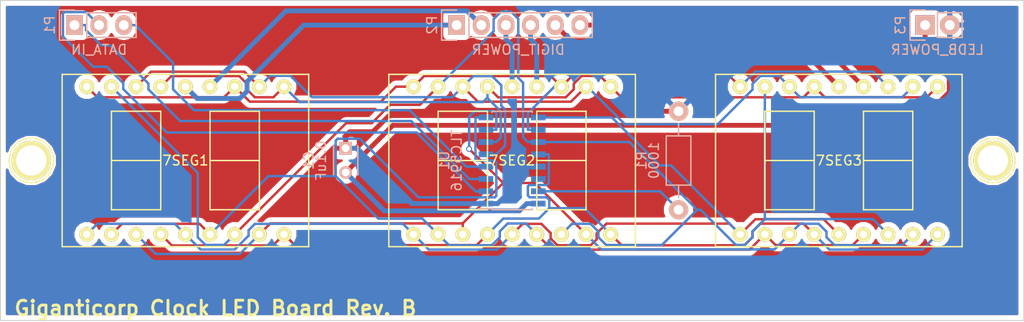
<source format=kicad_pcb>
(kicad_pcb (version 4) (host pcbnew "(2015-07-22 BZR 5980)-product")

  (general
    (links 64)
    (no_connects 0)
    (area 78.689999 91.389999 184.200001 124.510001)
    (thickness 1.6)
    (drawings 5)
    (tracks 316)
    (zones 0)
    (modules 11)
    (nets 22)
  )

  (page A4)
  (layers
    (0 F.Cu signal)
    (31 B.Cu signal)
    (32 B.Adhes user)
    (33 F.Adhes user)
    (34 B.Paste user)
    (35 F.Paste user)
    (36 B.SilkS user)
    (37 F.SilkS user)
    (38 B.Mask user)
    (39 F.Mask user)
    (40 Dwgs.User user)
    (41 Cmts.User user)
    (42 Eco1.User user)
    (43 Eco2.User user)
    (44 Edge.Cuts user)
    (45 Margin user)
    (46 B.CrtYd user)
    (47 F.CrtYd user)
    (48 B.Fab user)
    (49 F.Fab user)
  )

  (setup
    (last_trace_width 0.25)
    (trace_clearance 0.1524)
    (zone_clearance 0.508)
    (zone_45_only no)
    (trace_min 0.1524)
    (segment_width 0.2)
    (edge_width 0.1)
    (via_size 0.6)
    (via_drill 0.4)
    (via_min_size 0.3302)
    (via_min_drill 0.3302)
    (uvia_size 0.3)
    (uvia_drill 0.1)
    (uvias_allowed no)
    (uvia_min_size 0.2)
    (uvia_min_drill 0.1)
    (pcb_text_width 0.3)
    (pcb_text_size 1.5 1.5)
    (mod_edge_width 0.15)
    (mod_text_size 1 1)
    (mod_text_width 0.15)
    (pad_size 4.064 4.064)
    (pad_drill 3.1)
    (pad_to_mask_clearance 0)
    (aux_axis_origin 0 0)
    (visible_elements FFFFFF7F)
    (pcbplotparams
      (layerselection 0x01030_80000001)
      (usegerberextensions true)
      (excludeedgelayer true)
      (linewidth 0.100000)
      (plotframeref false)
      (viasonmask false)
      (mode 1)
      (useauxorigin false)
      (hpglpennumber 1)
      (hpglpenspeed 20)
      (hpglpendiameter 15)
      (hpglpenoverlay 2)
      (psnegative false)
      (psa4output false)
      (plotreference true)
      (plotvalue true)
      (plotinvisibletext false)
      (padsonsilk false)
      (subtractmaskfromsilk false)
      (outputformat 1)
      (mirror false)
      (drillshape 0)
      (scaleselection 1)
      (outputdirectory ""))
  )

  (net 0 "")
  (net 1 SEGE)
  (net 2 SEGD)
  (net 3 SEGC)
  (net 4 SEGDP)
  (net 5 SEGG)
  (net 6 SEGB)
  (net 7 SEGA)
  (net 8 SEGF)
  (net 9 DIG2)
  (net 10 DIG1)
  (net 11 DIG4)
  (net 12 DIG3)
  (net 13 DIG6)
  (net 14 DIG5)
  (net 15 GND)
  (net 16 VDD)
  (net 17 CLK)
  (net 18 SDA)
  (net 19 SDL)
  (net 20 "Net-(R1-Pad2)")
  (net 21 "Net-(U1-Pad14)")

  (net_class Default "This is the default net class."
    (clearance 0.1524)
    (trace_width 0.25)
    (via_dia 0.6)
    (via_drill 0.4)
    (uvia_dia 0.3)
    (uvia_drill 0.1)
    (add_net CLK)
    (add_net "Net-(R1-Pad2)")
    (add_net "Net-(U1-Pad14)")
    (add_net SDA)
    (add_net SDL)
    (add_net SEGA)
    (add_net SEGB)
    (add_net SEGC)
    (add_net SEGD)
    (add_net SEGDP)
    (add_net SEGE)
    (add_net SEGF)
    (add_net SEGG)
  )

  (net_class GND ""
    (clearance 0.1524)
    (trace_width 0.5)
    (via_dia 0.6)
    (via_drill 0.4)
    (uvia_dia 0.3)
    (uvia_drill 0.1)
    (add_net GND)
  )

  (net_class VDD ""
    (clearance 0.1524)
    (trace_width 0.5)
    (via_dia 0.6)
    (via_drill 0.4)
    (uvia_dia 0.3)
    (uvia_drill 0.1)
    (add_net DIG1)
    (add_net DIG2)
    (add_net DIG3)
    (add_net DIG4)
    (add_net DIG5)
    (add_net DIG6)
    (add_net VDD)
  )

  (module Capacitors_ThroughHole:C_Disc_D3_P2.5 (layer B.Cu) (tedit 55DE645D) (tstamp 55C66B3B)
    (at 114.3 106.68 270)
    (descr "Capacitor 3mm Disc, Pitch 2.5mm")
    (tags Capacitor)
    (path /55C67D78)
    (fp_text reference C1 (at 1.27 3.81 270) (layer B.SilkS)
      (effects (font (size 1 1) (thickness 0.15)) (justify mirror))
    )
    (fp_text value 0.1uF (at 1.27 2.54 270) (layer B.SilkS)
      (effects (font (size 1 1) (thickness 0.15)) (justify mirror))
    )
    (fp_line (start -0.9 1.5) (end 3.4 1.5) (layer B.CrtYd) (width 0.05))
    (fp_line (start 3.4 1.5) (end 3.4 -1.5) (layer B.CrtYd) (width 0.05))
    (fp_line (start 3.4 -1.5) (end -0.9 -1.5) (layer B.CrtYd) (width 0.05))
    (fp_line (start -0.9 -1.5) (end -0.9 1.5) (layer B.CrtYd) (width 0.05))
    (fp_line (start -0.25 1.25) (end 2.75 1.25) (layer B.SilkS) (width 0.15))
    (fp_line (start 2.75 -1.25) (end -0.25 -1.25) (layer B.SilkS) (width 0.15))
    (pad 1 thru_hole rect (at 0 0 270) (size 1.3 1.3) (drill 0.8) (layers *.Cu *.Mask B.SilkS)
      (net 15 GND))
    (pad 2 thru_hole circle (at 2.5 0 270) (size 1.3 1.3) (drill 0.8001) (layers *.Cu *.Mask B.SilkS)
      (net 16 VDD))
    (model Capacitors_ThroughHole.3dshapes/C_Disc_D3_P2.5.wrl
      (at (xyz 0.0492126 0 0))
      (scale (xyz 1 1 1))
      (rotate (xyz 0 0 0))
    )
  )

  (module Pin_Headers:Pin_Header_Straight_1x03 (layer B.Cu) (tedit 55C68CA0) (tstamp 55C66B42)
    (at 86.36 93.98 270)
    (descr "Through hole pin header")
    (tags "pin header")
    (path /55C684DF)
    (fp_text reference P1 (at 0 2.54 270) (layer B.SilkS)
      (effects (font (size 1 1) (thickness 0.15)) (justify mirror))
    )
    (fp_text value DATA_IN (at 2.54 -2.54 360) (layer B.SilkS)
      (effects (font (size 1 1) (thickness 0.15)) (justify mirror))
    )
    (fp_line (start -1.75 1.75) (end -1.75 -6.85) (layer B.CrtYd) (width 0.05))
    (fp_line (start 1.75 1.75) (end 1.75 -6.85) (layer B.CrtYd) (width 0.05))
    (fp_line (start -1.75 1.75) (end 1.75 1.75) (layer B.CrtYd) (width 0.05))
    (fp_line (start -1.75 -6.85) (end 1.75 -6.85) (layer B.CrtYd) (width 0.05))
    (fp_line (start -1.27 -1.27) (end -1.27 -6.35) (layer B.SilkS) (width 0.15))
    (fp_line (start -1.27 -6.35) (end 1.27 -6.35) (layer B.SilkS) (width 0.15))
    (fp_line (start 1.27 -6.35) (end 1.27 -1.27) (layer B.SilkS) (width 0.15))
    (fp_line (start 1.55 1.55) (end 1.55 0) (layer B.SilkS) (width 0.15))
    (fp_line (start 1.27 -1.27) (end -1.27 -1.27) (layer B.SilkS) (width 0.15))
    (fp_line (start -1.55 0) (end -1.55 1.55) (layer B.SilkS) (width 0.15))
    (fp_line (start -1.55 1.55) (end 1.55 1.55) (layer B.SilkS) (width 0.15))
    (pad 1 thru_hole rect (at 0 0 270) (size 2.032 1.7272) (drill 1.016) (layers *.Cu *.Mask B.SilkS)
      (net 17 CLK))
    (pad 2 thru_hole oval (at 0 -2.54 270) (size 2.032 1.7272) (drill 1.016) (layers *.Cu *.Mask B.SilkS)
      (net 18 SDA))
    (pad 3 thru_hole oval (at 0 -5.08 270) (size 2.032 1.7272) (drill 1.016) (layers *.Cu *.Mask B.SilkS)
      (net 19 SDL))
    (model Pin_Headers.3dshapes/Pin_Header_Straight_1x03.wrl
      (at (xyz 0 -0.1 0))
      (scale (xyz 1 1 1))
      (rotate (xyz 0 0 90))
    )
  )

  (module Pin_Headers:Pin_Header_Straight_1x06 (layer B.Cu) (tedit 55C68C92) (tstamp 55C66B4C)
    (at 125.73 93.98 270)
    (descr "Through hole pin header")
    (tags "pin header")
    (path /55C6744A)
    (fp_text reference P2 (at 0 2.54 270) (layer B.SilkS)
      (effects (font (size 1 1) (thickness 0.15)) (justify mirror))
    )
    (fp_text value DIGIT_POWER (at 2.54 -6.35 360) (layer B.SilkS)
      (effects (font (size 1 1) (thickness 0.15)) (justify mirror))
    )
    (fp_line (start -1.75 1.75) (end -1.75 -14.45) (layer B.CrtYd) (width 0.05))
    (fp_line (start 1.75 1.75) (end 1.75 -14.45) (layer B.CrtYd) (width 0.05))
    (fp_line (start -1.75 1.75) (end 1.75 1.75) (layer B.CrtYd) (width 0.05))
    (fp_line (start -1.75 -14.45) (end 1.75 -14.45) (layer B.CrtYd) (width 0.05))
    (fp_line (start 1.27 -1.27) (end 1.27 -13.97) (layer B.SilkS) (width 0.15))
    (fp_line (start 1.27 -13.97) (end -1.27 -13.97) (layer B.SilkS) (width 0.15))
    (fp_line (start -1.27 -13.97) (end -1.27 -1.27) (layer B.SilkS) (width 0.15))
    (fp_line (start 1.55 1.55) (end 1.55 0) (layer B.SilkS) (width 0.15))
    (fp_line (start 1.27 -1.27) (end -1.27 -1.27) (layer B.SilkS) (width 0.15))
    (fp_line (start -1.55 0) (end -1.55 1.55) (layer B.SilkS) (width 0.15))
    (fp_line (start -1.55 1.55) (end 1.55 1.55) (layer B.SilkS) (width 0.15))
    (pad 1 thru_hole rect (at 0 0 270) (size 2.032 1.7272) (drill 1.016) (layers *.Cu *.Mask B.SilkS)
      (net 10 DIG1))
    (pad 2 thru_hole oval (at 0 -2.54 270) (size 2.032 1.7272) (drill 1.016) (layers *.Cu *.Mask B.SilkS)
      (net 9 DIG2))
    (pad 3 thru_hole oval (at 0 -5.08 270) (size 2.032 1.7272) (drill 1.016) (layers *.Cu *.Mask B.SilkS)
      (net 12 DIG3))
    (pad 4 thru_hole oval (at 0 -7.62 270) (size 2.032 1.7272) (drill 1.016) (layers *.Cu *.Mask B.SilkS)
      (net 11 DIG4))
    (pad 5 thru_hole oval (at 0 -10.16 270) (size 2.032 1.7272) (drill 1.016) (layers *.Cu *.Mask B.SilkS)
      (net 14 DIG5))
    (pad 6 thru_hole oval (at 0 -12.7 270) (size 2.032 1.7272) (drill 1.016) (layers *.Cu *.Mask B.SilkS)
      (net 13 DIG6))
    (model Pin_Headers.3dshapes/Pin_Header_Straight_1x06.wrl
      (at (xyz 0 -0.25 0))
      (scale (xyz 1 1 1))
      (rotate (xyz 0 0 90))
    )
  )

  (module Pin_Headers:Pin_Header_Straight_1x02 (layer B.Cu) (tedit 55C798D9) (tstamp 55C66B52)
    (at 173.99 93.98 270)
    (descr "Through hole pin header")
    (tags "pin header")
    (path /55C68C10)
    (fp_text reference P3 (at 0 2.54 270) (layer B.SilkS)
      (effects (font (size 1 1) (thickness 0.15)) (justify mirror))
    )
    (fp_text value LEDB_POWER (at 2.54 -1.27 360) (layer B.SilkS)
      (effects (font (size 1 1) (thickness 0.15)) (justify mirror))
    )
    (fp_line (start 1.27 -1.27) (end 1.27 -3.81) (layer B.SilkS) (width 0.15))
    (fp_line (start 1.55 1.55) (end 1.55 0) (layer B.SilkS) (width 0.15))
    (fp_line (start -1.75 1.75) (end -1.75 -4.3) (layer B.CrtYd) (width 0.05))
    (fp_line (start 1.75 1.75) (end 1.75 -4.3) (layer B.CrtYd) (width 0.05))
    (fp_line (start -1.75 1.75) (end 1.75 1.75) (layer B.CrtYd) (width 0.05))
    (fp_line (start -1.75 -4.3) (end 1.75 -4.3) (layer B.CrtYd) (width 0.05))
    (fp_line (start 1.27 -1.27) (end -1.27 -1.27) (layer B.SilkS) (width 0.15))
    (fp_line (start -1.55 0) (end -1.55 1.55) (layer B.SilkS) (width 0.15))
    (fp_line (start -1.55 1.55) (end 1.55 1.55) (layer B.SilkS) (width 0.15))
    (fp_line (start -1.27 -1.27) (end -1.27 -3.81) (layer B.SilkS) (width 0.15))
    (fp_line (start -1.27 -3.81) (end 1.27 -3.81) (layer B.SilkS) (width 0.15))
    (pad 1 thru_hole rect (at 0 0 270) (size 2.032 2.032) (drill 1.016) (layers *.Cu *.Mask B.SilkS)
      (net 16 VDD))
    (pad 2 thru_hole oval (at 0 -2.54 270) (size 2.032 2.032) (drill 1.016) (layers *.Cu *.Mask B.SilkS)
      (net 15 GND))
    (model Pin_Headers.3dshapes/Pin_Header_Straight_1x02.wrl
      (at (xyz 0 -0.05 0))
      (scale (xyz 1 1 1))
      (rotate (xyz 0 0 90))
    )
  )

  (module Connect:1pin (layer F.Cu) (tedit 55DE6AB5) (tstamp 55C797BB)
    (at 180.975 107.95)
    (descr "module 1 pin (ou trou mecanique de percage)")
    (tags DEV)
    (fp_text reference REF2 (at 0 -3.048) (layer F.SilkS) hide
      (effects (font (size 1 1) (thickness 0.15)))
    )
    (fp_text value 1pin (at 0 2.794) (layer F.Fab) hide
      (effects (font (size 1 1) (thickness 0.15)))
    )
    (fp_circle (center 0 0) (end 0 -2.286) (layer F.SilkS) (width 0.15))
    (pad 1 thru_hole circle (at 0 0) (size 4.064 4.064) (drill 3.1) (layers *.Cu *.Mask F.SilkS))
  )

  (module Connect:1pin (layer F.Cu) (tedit 55DE6AA1) (tstamp 55C797C2)
    (at 81.915 107.95)
    (descr "module 1 pin (ou trou mecanique de percage)")
    (tags DEV)
    (fp_text reference REF1 (at 0 -3.048) (layer F.SilkS) hide
      (effects (font (size 1 1) (thickness 0.15)))
    )
    (fp_text value 1pin (at 0 2.794) (layer F.Fab) hide
      (effects (font (size 1 1) (thickness 0.15)))
    )
    (fp_circle (center 0 0) (end 0 -2.286) (layer F.SilkS) (width 0.15))
    (pad 1 thru_hole circle (at 0 0) (size 4.064 4.064) (drill 3.1) (layers *.Cu *.Mask F.SilkS))
  )

  (module Resistors_ThroughHole:Resistor_Horizontal_RM10mm (layer B.Cu) (tedit 55DE6998) (tstamp 55DE6692)
    (at 148.59 107.95 270)
    (descr "Resistor, Axial,  RM 10mm, 1/3W,")
    (tags "Resistor, Axial, RM 10mm, 1/3W,")
    (path /55C68103)
    (fp_text reference R1 (at 0 3.81 270) (layer B.SilkS)
      (effects (font (size 1 1) (thickness 0.15)) (justify mirror))
    )
    (fp_text value 1000 (at 0 2.54 270) (layer B.SilkS)
      (effects (font (size 1 1) (thickness 0.15)) (justify mirror))
    )
    (fp_line (start -2.54 1.27) (end 2.54 1.27) (layer B.SilkS) (width 0.15))
    (fp_line (start 2.54 1.27) (end 2.54 -1.27) (layer B.SilkS) (width 0.15))
    (fp_line (start 2.54 -1.27) (end -2.54 -1.27) (layer B.SilkS) (width 0.15))
    (fp_line (start -2.54 -1.27) (end -2.54 1.27) (layer B.SilkS) (width 0.15))
    (fp_line (start -2.54 0) (end -3.81 0) (layer B.SilkS) (width 0.15))
    (fp_line (start 2.54 0) (end 3.81 0) (layer B.SilkS) (width 0.15))
    (pad 1 thru_hole circle (at -5.08 0 270) (size 1.99898 1.99898) (drill 1.00076) (layers *.Cu *.SilkS *.Mask)
      (net 15 GND))
    (pad 2 thru_hole circle (at 5.08 0 270) (size 1.99898 1.99898) (drill 1.00076) (layers *.Cu *.SilkS *.Mask)
      (net 20 "Net-(R1-Pad2)"))
    (model Resistors_ThroughHole.3dshapes/Resistor_Horizontal_RM10mm.wrl
      (at (xyz 0 0 0))
      (scale (xyz 0.4 0.4 0.4))
      (rotate (xyz 0 0 0))
    )
  )

  (module Displays_7-Segment:LTD-5621AG (layer F.Cu) (tedit 55DE69D1) (tstamp 55DE68B0)
    (at 97.79 107.95)
    (path /55C66107)
    (fp_text reference 7SEG1 (at 0 0) (layer F.SilkS)
      (effects (font (size 1 1) (thickness 0.15)))
    )
    (fp_text value LTD-5621AG (at 0 -2.54) (layer F.Fab) hide
      (effects (font (size 1 1) (thickness 0.15)))
    )
    (fp_line (start -12.7 -8.89) (end -12.7 8.89) (layer F.SilkS) (width 0.15))
    (fp_line (start 12.7 -8.89) (end 12.7 8.89) (layer F.SilkS) (width 0.15))
    (fp_line (start -2.54 0) (end -7.62 0) (layer F.SilkS) (width 0.15))
    (fp_line (start 2.54 0) (end 7.62 0) (layer F.SilkS) (width 0.15))
    (fp_line (start -12.7 8.89) (end 12.7 8.89) (layer F.SilkS) (width 0.15))
    (fp_line (start 12.7 -8.89) (end -12.7 -8.89) (layer F.SilkS) (width 0.15))
    (fp_line (start 2.54 -5.08) (end 2.54 5.08) (layer F.SilkS) (width 0.15))
    (fp_line (start 2.54 5.08) (end 7.62 5.08) (layer F.SilkS) (width 0.15))
    (fp_line (start 7.62 5.08) (end 7.62 -5.08) (layer F.SilkS) (width 0.15))
    (fp_line (start 7.62 -5.08) (end 2.54 -5.08) (layer F.SilkS) (width 0.15))
    (fp_line (start -7.62 -5.08) (end -7.62 5.08) (layer F.SilkS) (width 0.15))
    (fp_line (start -7.62 5.08) (end -2.54 5.08) (layer F.SilkS) (width 0.15))
    (fp_line (start -2.54 5.08) (end -2.54 -5.08) (layer F.SilkS) (width 0.15))
    (fp_line (start -2.54 -5.08) (end -7.62 -5.08) (layer F.SilkS) (width 0.15))
    (pad 1 thru_hole circle (at -10.16 7.62) (size 1.524 1.524) (drill 0.762) (layers *.Cu *.Mask F.SilkS)
      (net 1 SEGE))
    (pad 2 thru_hole circle (at -7.62 7.62) (size 1.524 1.524) (drill 0.762) (layers *.Cu *.Mask F.SilkS)
      (net 2 SEGD))
    (pad 3 thru_hole circle (at -5.08 7.62) (size 1.524 1.524) (drill 0.762) (layers *.Cu *.Mask F.SilkS)
      (net 3 SEGC))
    (pad 4 thru_hole circle (at -2.54 7.62) (size 1.524 1.524) (drill 0.762) (layers *.Cu *.Mask F.SilkS)
      (net 4 SEGDP))
    (pad 5 thru_hole circle (at 0 7.62) (size 1.524 1.524) (drill 0.762) (layers *.Cu *.Mask F.SilkS)
      (net 1 SEGE))
    (pad 6 thru_hole circle (at 2.54 7.62) (size 1.524 1.524) (drill 0.762) (layers *.Cu *.Mask F.SilkS)
      (net 2 SEGD))
    (pad 7 thru_hole circle (at 5.08 7.62) (size 1.524 1.524) (drill 0.762) (layers *.Cu *.Mask F.SilkS)
      (net 5 SEGG))
    (pad 8 thru_hole circle (at 7.62 7.62) (size 1.524 1.524) (drill 0.762) (layers *.Cu *.Mask F.SilkS)
      (net 3 SEGC))
    (pad 9 thru_hole circle (at 10.16 7.62) (size 1.524 1.524) (drill 0.762) (layers *.Cu *.Mask F.SilkS)
      (net 4 SEGDP))
    (pad 10 thru_hole circle (at 10.16 -7.62) (size 1.524 1.524) (drill 0.762) (layers *.Cu *.Mask F.SilkS)
      (net 6 SEGB))
    (pad 11 thru_hole circle (at 7.62 -7.62) (size 1.524 1.524) (drill 0.762) (layers *.Cu *.Mask F.SilkS)
      (net 7 SEGA))
    (pad 12 thru_hole circle (at 5.08 -7.62) (size 1.524 1.524) (drill 0.762) (layers *.Cu *.Mask F.SilkS)
      (net 8 SEGF))
    (pad 13 thru_hole circle (at 2.54 -7.62) (size 1.524 1.524) (drill 0.762) (layers *.Cu *.Mask F.SilkS)
      (net 9 DIG2))
    (pad 14 thru_hole circle (at 0 -7.62) (size 1.524 1.524) (drill 0.762) (layers *.Cu *.Mask F.SilkS)
      (net 10 DIG1))
    (pad 15 thru_hole circle (at -2.54 -7.62) (size 1.524 1.524) (drill 0.762) (layers *.Cu *.Mask F.SilkS)
      (net 6 SEGB))
    (pad 16 thru_hole circle (at -5.08 -7.62) (size 1.524 1.524) (drill 0.762) (layers *.Cu *.Mask F.SilkS)
      (net 7 SEGA))
    (pad 17 thru_hole circle (at -7.62 -7.62) (size 1.524 1.524) (drill 0.762) (layers *.Cu *.Mask F.SilkS)
      (net 5 SEGG))
    (pad 18 thru_hole circle (at -10.16 -7.62) (size 1.524 1.524) (drill 0.762) (layers *.Cu *.Mask F.SilkS)
      (net 8 SEGF))
  )

  (module Displays_7-Segment:LTD-5621AG (layer F.Cu) (tedit 55DE69D5) (tstamp 55DE68C8)
    (at 131.445 107.95)
    (path /55C672C9)
    (fp_text reference 7SEG2 (at 0 0) (layer F.SilkS)
      (effects (font (size 1 1) (thickness 0.15)))
    )
    (fp_text value LTD-5621AG (at 0 -2.54) (layer F.Fab) hide
      (effects (font (size 1 1) (thickness 0.15)))
    )
    (fp_line (start -12.7 -8.89) (end -12.7 8.89) (layer F.SilkS) (width 0.15))
    (fp_line (start 12.7 -8.89) (end 12.7 8.89) (layer F.SilkS) (width 0.15))
    (fp_line (start -2.54 0) (end -7.62 0) (layer F.SilkS) (width 0.15))
    (fp_line (start 2.54 0) (end 7.62 0) (layer F.SilkS) (width 0.15))
    (fp_line (start -12.7 8.89) (end 12.7 8.89) (layer F.SilkS) (width 0.15))
    (fp_line (start 12.7 -8.89) (end -12.7 -8.89) (layer F.SilkS) (width 0.15))
    (fp_line (start 2.54 -5.08) (end 2.54 5.08) (layer F.SilkS) (width 0.15))
    (fp_line (start 2.54 5.08) (end 7.62 5.08) (layer F.SilkS) (width 0.15))
    (fp_line (start 7.62 5.08) (end 7.62 -5.08) (layer F.SilkS) (width 0.15))
    (fp_line (start 7.62 -5.08) (end 2.54 -5.08) (layer F.SilkS) (width 0.15))
    (fp_line (start -7.62 -5.08) (end -7.62 5.08) (layer F.SilkS) (width 0.15))
    (fp_line (start -7.62 5.08) (end -2.54 5.08) (layer F.SilkS) (width 0.15))
    (fp_line (start -2.54 5.08) (end -2.54 -5.08) (layer F.SilkS) (width 0.15))
    (fp_line (start -2.54 -5.08) (end -7.62 -5.08) (layer F.SilkS) (width 0.15))
    (pad 1 thru_hole circle (at -10.16 7.62) (size 1.524 1.524) (drill 0.762) (layers *.Cu *.Mask F.SilkS)
      (net 1 SEGE))
    (pad 2 thru_hole circle (at -7.62 7.62) (size 1.524 1.524) (drill 0.762) (layers *.Cu *.Mask F.SilkS)
      (net 2 SEGD))
    (pad 3 thru_hole circle (at -5.08 7.62) (size 1.524 1.524) (drill 0.762) (layers *.Cu *.Mask F.SilkS)
      (net 3 SEGC))
    (pad 4 thru_hole circle (at -2.54 7.62) (size 1.524 1.524) (drill 0.762) (layers *.Cu *.Mask F.SilkS)
      (net 4 SEGDP))
    (pad 5 thru_hole circle (at 0 7.62) (size 1.524 1.524) (drill 0.762) (layers *.Cu *.Mask F.SilkS)
      (net 1 SEGE))
    (pad 6 thru_hole circle (at 2.54 7.62) (size 1.524 1.524) (drill 0.762) (layers *.Cu *.Mask F.SilkS)
      (net 2 SEGD))
    (pad 7 thru_hole circle (at 5.08 7.62) (size 1.524 1.524) (drill 0.762) (layers *.Cu *.Mask F.SilkS)
      (net 5 SEGG))
    (pad 8 thru_hole circle (at 7.62 7.62) (size 1.524 1.524) (drill 0.762) (layers *.Cu *.Mask F.SilkS)
      (net 3 SEGC))
    (pad 9 thru_hole circle (at 10.16 7.62) (size 1.524 1.524) (drill 0.762) (layers *.Cu *.Mask F.SilkS)
      (net 4 SEGDP))
    (pad 10 thru_hole circle (at 10.16 -7.62) (size 1.524 1.524) (drill 0.762) (layers *.Cu *.Mask F.SilkS)
      (net 6 SEGB))
    (pad 11 thru_hole circle (at 7.62 -7.62) (size 1.524 1.524) (drill 0.762) (layers *.Cu *.Mask F.SilkS)
      (net 7 SEGA))
    (pad 12 thru_hole circle (at 5.08 -7.62) (size 1.524 1.524) (drill 0.762) (layers *.Cu *.Mask F.SilkS)
      (net 8 SEGF))
    (pad 13 thru_hole circle (at 2.54 -7.62) (size 1.524 1.524) (drill 0.762) (layers *.Cu *.Mask F.SilkS)
      (net 11 DIG4))
    (pad 14 thru_hole circle (at 0 -7.62) (size 1.524 1.524) (drill 0.762) (layers *.Cu *.Mask F.SilkS)
      (net 12 DIG3))
    (pad 15 thru_hole circle (at -2.54 -7.62) (size 1.524 1.524) (drill 0.762) (layers *.Cu *.Mask F.SilkS)
      (net 6 SEGB))
    (pad 16 thru_hole circle (at -5.08 -7.62) (size 1.524 1.524) (drill 0.762) (layers *.Cu *.Mask F.SilkS)
      (net 7 SEGA))
    (pad 17 thru_hole circle (at -7.62 -7.62) (size 1.524 1.524) (drill 0.762) (layers *.Cu *.Mask F.SilkS)
      (net 5 SEGG))
    (pad 18 thru_hole circle (at -10.16 -7.62) (size 1.524 1.524) (drill 0.762) (layers *.Cu *.Mask F.SilkS)
      (net 8 SEGF))
  )

  (module Displays_7-Segment:LTD-5621AG (layer F.Cu) (tedit 55DE69DD) (tstamp 55DE68E0)
    (at 165.1 107.95)
    (path /55C67315)
    (fp_text reference 7SEG3 (at 0 0) (layer F.SilkS)
      (effects (font (size 1 1) (thickness 0.15)))
    )
    (fp_text value LTD-5621AG (at 0 -2.54) (layer F.Fab) hide
      (effects (font (size 1 1) (thickness 0.15)))
    )
    (fp_line (start -12.7 -8.89) (end -12.7 8.89) (layer F.SilkS) (width 0.15))
    (fp_line (start 12.7 -8.89) (end 12.7 8.89) (layer F.SilkS) (width 0.15))
    (fp_line (start -2.54 0) (end -7.62 0) (layer F.SilkS) (width 0.15))
    (fp_line (start 2.54 0) (end 7.62 0) (layer F.SilkS) (width 0.15))
    (fp_line (start -12.7 8.89) (end 12.7 8.89) (layer F.SilkS) (width 0.15))
    (fp_line (start 12.7 -8.89) (end -12.7 -8.89) (layer F.SilkS) (width 0.15))
    (fp_line (start 2.54 -5.08) (end 2.54 5.08) (layer F.SilkS) (width 0.15))
    (fp_line (start 2.54 5.08) (end 7.62 5.08) (layer F.SilkS) (width 0.15))
    (fp_line (start 7.62 5.08) (end 7.62 -5.08) (layer F.SilkS) (width 0.15))
    (fp_line (start 7.62 -5.08) (end 2.54 -5.08) (layer F.SilkS) (width 0.15))
    (fp_line (start -7.62 -5.08) (end -7.62 5.08) (layer F.SilkS) (width 0.15))
    (fp_line (start -7.62 5.08) (end -2.54 5.08) (layer F.SilkS) (width 0.15))
    (fp_line (start -2.54 5.08) (end -2.54 -5.08) (layer F.SilkS) (width 0.15))
    (fp_line (start -2.54 -5.08) (end -7.62 -5.08) (layer F.SilkS) (width 0.15))
    (pad 1 thru_hole circle (at -10.16 7.62) (size 1.524 1.524) (drill 0.762) (layers *.Cu *.Mask F.SilkS)
      (net 1 SEGE))
    (pad 2 thru_hole circle (at -7.62 7.62) (size 1.524 1.524) (drill 0.762) (layers *.Cu *.Mask F.SilkS)
      (net 2 SEGD))
    (pad 3 thru_hole circle (at -5.08 7.62) (size 1.524 1.524) (drill 0.762) (layers *.Cu *.Mask F.SilkS)
      (net 3 SEGC))
    (pad 4 thru_hole circle (at -2.54 7.62) (size 1.524 1.524) (drill 0.762) (layers *.Cu *.Mask F.SilkS)
      (net 4 SEGDP))
    (pad 5 thru_hole circle (at 0 7.62) (size 1.524 1.524) (drill 0.762) (layers *.Cu *.Mask F.SilkS)
      (net 1 SEGE))
    (pad 6 thru_hole circle (at 2.54 7.62) (size 1.524 1.524) (drill 0.762) (layers *.Cu *.Mask F.SilkS)
      (net 2 SEGD))
    (pad 7 thru_hole circle (at 5.08 7.62) (size 1.524 1.524) (drill 0.762) (layers *.Cu *.Mask F.SilkS)
      (net 5 SEGG))
    (pad 8 thru_hole circle (at 7.62 7.62) (size 1.524 1.524) (drill 0.762) (layers *.Cu *.Mask F.SilkS)
      (net 3 SEGC))
    (pad 9 thru_hole circle (at 10.16 7.62) (size 1.524 1.524) (drill 0.762) (layers *.Cu *.Mask F.SilkS)
      (net 4 SEGDP))
    (pad 10 thru_hole circle (at 10.16 -7.62) (size 1.524 1.524) (drill 0.762) (layers *.Cu *.Mask F.SilkS)
      (net 6 SEGB))
    (pad 11 thru_hole circle (at 7.62 -7.62) (size 1.524 1.524) (drill 0.762) (layers *.Cu *.Mask F.SilkS)
      (net 7 SEGA))
    (pad 12 thru_hole circle (at 5.08 -7.62) (size 1.524 1.524) (drill 0.762) (layers *.Cu *.Mask F.SilkS)
      (net 8 SEGF))
    (pad 13 thru_hole circle (at 2.54 -7.62) (size 1.524 1.524) (drill 0.762) (layers *.Cu *.Mask F.SilkS)
      (net 13 DIG6))
    (pad 14 thru_hole circle (at 0 -7.62) (size 1.524 1.524) (drill 0.762) (layers *.Cu *.Mask F.SilkS)
      (net 14 DIG5))
    (pad 15 thru_hole circle (at -2.54 -7.62) (size 1.524 1.524) (drill 0.762) (layers *.Cu *.Mask F.SilkS)
      (net 6 SEGB))
    (pad 16 thru_hole circle (at -5.08 -7.62) (size 1.524 1.524) (drill 0.762) (layers *.Cu *.Mask F.SilkS)
      (net 7 SEGA))
    (pad 17 thru_hole circle (at -7.62 -7.62) (size 1.524 1.524) (drill 0.762) (layers *.Cu *.Mask F.SilkS)
      (net 5 SEGG))
    (pad 18 thru_hole circle (at -10.16 -7.62) (size 1.524 1.524) (drill 0.762) (layers *.Cu *.Mask F.SilkS)
      (net 8 SEGF))
  )

  (module Housings_SOIC:SOIC-16_3.9x9.9mm_Pitch1.27mm (layer B.Cu) (tedit 55DEF8E7) (tstamp 55DEF8EE)
    (at 131.445 107.95)
    (descr "16-Lead Plastic Small Outline (SL) - Narrow, 3.90 mm Body [SOIC] (see Microchip Packaging Specification 00000049BS.pdf)")
    (tags "SOIC 1.27")
    (path /55C65C8C)
    (attr smd)
    (fp_text reference U1 (at -6.985 0 90) (layer B.SilkS)
      (effects (font (size 1 1) (thickness 0.15)) (justify mirror))
    )
    (fp_text value TLC5916 (at -5.715 0 90) (layer B.SilkS)
      (effects (font (size 1 1) (thickness 0.15)) (justify mirror))
    )
    (fp_line (start -3.7 5.25) (end -3.7 -5.25) (layer B.CrtYd) (width 0.05))
    (fp_line (start 3.7 5.25) (end 3.7 -5.25) (layer B.CrtYd) (width 0.05))
    (fp_line (start -3.7 5.25) (end 3.7 5.25) (layer B.CrtYd) (width 0.05))
    (fp_line (start -3.7 -5.25) (end 3.7 -5.25) (layer B.CrtYd) (width 0.05))
    (fp_line (start -2.075 5.075) (end -2.075 4.97) (layer B.SilkS) (width 0.15))
    (fp_line (start 2.075 5.075) (end 2.075 4.97) (layer B.SilkS) (width 0.15))
    (fp_line (start 2.075 -5.075) (end 2.075 -4.97) (layer B.SilkS) (width 0.15))
    (fp_line (start -2.075 -5.075) (end -2.075 -4.97) (layer B.SilkS) (width 0.15))
    (fp_line (start -2.075 5.075) (end 2.075 5.075) (layer B.SilkS) (width 0.15))
    (fp_line (start -2.075 -5.075) (end 2.075 -5.075) (layer B.SilkS) (width 0.15))
    (fp_line (start -2.075 4.97) (end -3.45 4.97) (layer B.SilkS) (width 0.15))
    (pad 1 smd rect (at -2.7 4.445) (size 1.5 0.6) (layers B.Cu B.Paste B.Mask)
      (net 15 GND))
    (pad 2 smd rect (at -2.7 3.175) (size 1.5 0.6) (layers B.Cu B.Paste B.Mask)
      (net 18 SDA))
    (pad 3 smd rect (at -2.7 1.905) (size 1.5 0.6) (layers B.Cu B.Paste B.Mask)
      (net 17 CLK))
    (pad 4 smd rect (at -2.7 0.635) (size 1.5 0.6) (layers B.Cu B.Paste B.Mask)
      (net 19 SDL))
    (pad 5 smd rect (at -2.7 -0.635) (size 1.5 0.6) (layers B.Cu B.Paste B.Mask)
      (net 7 SEGA))
    (pad 6 smd rect (at -2.7 -1.905) (size 1.5 0.6) (layers B.Cu B.Paste B.Mask)
      (net 6 SEGB))
    (pad 7 smd rect (at -2.7 -3.175) (size 1.5 0.6) (layers B.Cu B.Paste B.Mask)
      (net 3 SEGC))
    (pad 8 smd rect (at -2.7 -4.445) (size 1.5 0.6) (layers B.Cu B.Paste B.Mask)
      (net 2 SEGD))
    (pad 9 smd rect (at 2.7 -4.445) (size 1.5 0.6) (layers B.Cu B.Paste B.Mask)
      (net 1 SEGE))
    (pad 10 smd rect (at 2.7 -3.175) (size 1.5 0.6) (layers B.Cu B.Paste B.Mask)
      (net 8 SEGF))
    (pad 11 smd rect (at 2.7 -1.905) (size 1.5 0.6) (layers B.Cu B.Paste B.Mask)
      (net 5 SEGG))
    (pad 12 smd rect (at 2.7 -0.635) (size 1.5 0.6) (layers B.Cu B.Paste B.Mask)
      (net 4 SEGDP))
    (pad 13 smd rect (at 2.7 0.635) (size 1.5 0.6) (layers B.Cu B.Paste B.Mask)
      (net 15 GND))
    (pad 14 smd rect (at 2.7 1.905) (size 1.5 0.6) (layers B.Cu B.Paste B.Mask)
      (net 21 "Net-(U1-Pad14)"))
    (pad 15 smd rect (at 2.7 3.175) (size 1.5 0.6) (layers B.Cu B.Paste B.Mask)
      (net 20 "Net-(R1-Pad2)"))
    (pad 16 smd rect (at 2.7 4.445) (size 1.5 0.6) (layers B.Cu B.Paste B.Mask)
      (net 16 VDD))
    (model Housings_SOIC.3dshapes/SOIC-16_3.9x9.9mm_Pitch1.27mm.wrl
      (at (xyz 0 0 0))
      (scale (xyz 1 1 1))
      (rotate (xyz 0 0 0))
    )
  )

  (gr_text "Giganticorp Clock LED Board Rev. B" (at 80.01 123.19) (layer F.SilkS)
    (effects (font (size 1.5 1.5) (thickness 0.3)) (justify left))
  )
  (gr_line (start 184.15 124.46) (end 78.74 124.46) (angle 90) (layer Edge.Cuts) (width 0.1))
  (gr_line (start 184.15 91.44) (end 184.15 124.46) (angle 90) (layer Edge.Cuts) (width 0.1))
  (gr_line (start 78.74 91.44) (end 184.15 91.44) (angle 90) (layer Edge.Cuts) (width 0.1))
  (gr_line (start 78.74 124.46) (end 78.74 91.44) (angle 90) (layer Edge.Cuts) (width 0.1))

  (segment (start 156.4993 114.0107) (end 154.94 115.57) (width 0.25) (layer F.Cu) (net 1))
  (segment (start 163.5407 114.0107) (end 156.4993 114.0107) (width 0.25) (layer F.Cu) (net 1))
  (segment (start 165.1 115.57) (end 163.5407 114.0107) (width 0.25) (layer F.Cu) (net 1))
  (segment (start 132.5324 114.4826) (end 131.445 115.57) (width 0.25) (layer F.Cu) (net 1))
  (segment (start 134.4573 114.4826) (end 132.5324 114.4826) (width 0.25) (layer F.Cu) (net 1))
  (segment (start 135.4143 115.4396) (end 134.4573 114.4826) (width 0.25) (layer F.Cu) (net 1))
  (segment (start 135.4143 115.9971) (end 135.4143 115.4396) (width 0.25) (layer F.Cu) (net 1))
  (segment (start 136.1128 116.6956) (end 135.4143 115.9971) (width 0.25) (layer F.Cu) (net 1))
  (segment (start 139.5401 116.6956) (end 136.1128 116.6956) (width 0.25) (layer F.Cu) (net 1))
  (segment (start 140.1524 116.0833) (end 139.5401 116.6956) (width 0.25) (layer F.Cu) (net 1))
  (segment (start 140.1524 115.475) (end 140.1524 116.0833) (width 0.25) (layer F.Cu) (net 1))
  (segment (start 141.1661 114.4613) (end 140.1524 115.475) (width 0.25) (layer F.Cu) (net 1))
  (segment (start 153.8313 114.4613) (end 141.1661 114.4613) (width 0.25) (layer F.Cu) (net 1))
  (segment (start 154.94 115.57) (end 153.8313 114.4613) (width 0.25) (layer F.Cu) (net 1))
  (segment (start 96.697 114.477) (end 97.79 115.57) (width 0.25) (layer B.Cu) (net 1))
  (segment (start 88.723 114.477) (end 96.697 114.477) (width 0.25) (layer B.Cu) (net 1))
  (segment (start 87.63 115.57) (end 88.723 114.477) (width 0.25) (layer B.Cu) (net 1))
  (segment (start 129.8719 117.1431) (end 131.445 115.57) (width 0.25) (layer B.Cu) (net 1))
  (segment (start 122.8581 117.1431) (end 129.8719 117.1431) (width 0.25) (layer B.Cu) (net 1))
  (segment (start 121.285 115.57) (end 122.8581 117.1431) (width 0.25) (layer B.Cu) (net 1))
  (segment (start 147.83 108.46) (end 154.94 115.57) (width 0.25) (layer B.Cu) (net 1))
  (segment (start 146.6771 108.46) (end 147.83 108.46) (width 0.25) (layer B.Cu) (net 1))
  (segment (start 141.7221 103.505) (end 146.6771 108.46) (width 0.25) (layer B.Cu) (net 1))
  (segment (start 134.145 103.505) (end 141.7221 103.505) (width 0.25) (layer B.Cu) (net 1))
  (segment (start 99.3535 117.1335) (end 97.79 115.57) (width 0.25) (layer B.Cu) (net 1))
  (segment (start 102.8718 117.1335) (end 99.3535 117.1335) (width 0.25) (layer B.Cu) (net 1))
  (segment (start 104.2994 115.7059) (end 102.8718 117.1335) (width 0.25) (layer B.Cu) (net 1))
  (segment (start 104.2994 115.1428) (end 104.2994 115.7059) (width 0.25) (layer B.Cu) (net 1))
  (segment (start 104.9596 114.4826) (end 104.2994 115.1428) (width 0.25) (layer B.Cu) (net 1))
  (segment (start 120.1976 114.4826) (end 104.9596 114.4826) (width 0.25) (layer B.Cu) (net 1))
  (segment (start 121.285 115.57) (end 120.1976 114.4826) (width 0.25) (layer B.Cu) (net 1))
  (segment (start 106.3418 109.5582) (end 100.33 115.57) (width 0.25) (layer B.Cu) (net 2))
  (segment (start 113.2693 109.5582) (end 106.3418 109.5582) (width 0.25) (layer B.Cu) (net 2))
  (segment (start 128.745 103.505) (end 127.6697 103.505) (width 0.25) (layer B.Cu) (net 2))
  (segment (start 127.6697 107.7949) (end 127.6697 103.505) (width 0.25) (layer B.Cu) (net 2))
  (segment (start 127.8345 107.9597) (end 127.6697 107.7949) (width 0.25) (layer B.Cu) (net 2))
  (segment (start 129.6298 107.9597) (end 127.8345 107.9597) (width 0.25) (layer B.Cu) (net 2))
  (segment (start 129.8204 108.1503) (end 129.6298 107.9597) (width 0.25) (layer B.Cu) (net 2))
  (segment (start 129.8204 111.59) (end 129.8204 108.1503) (width 0.25) (layer B.Cu) (net 2))
  (segment (start 129.66 111.7504) (end 129.8204 111.59) (width 0.25) (layer B.Cu) (net 2))
  (segment (start 121.7939 111.7504) (end 129.66 111.7504) (width 0.25) (layer B.Cu) (net 2))
  (segment (start 115.7481 105.7046) (end 121.7939 111.7504) (width 0.25) (layer B.Cu) (net 2))
  (segment (start 113.4622 105.7046) (end 115.7481 105.7046) (width 0.25) (layer B.Cu) (net 2))
  (segment (start 113.2693 105.8975) (end 113.4622 105.7046) (width 0.25) (layer B.Cu) (net 2))
  (segment (start 113.2693 109.5582) (end 113.2693 105.8975) (width 0.25) (layer B.Cu) (net 2))
  (segment (start 91.2631 114.4769) (end 90.17 115.57) (width 0.25) (layer F.Cu) (net 2))
  (segment (start 99.2369 114.4769) (end 91.2631 114.4769) (width 0.25) (layer F.Cu) (net 2))
  (segment (start 100.33 115.57) (end 99.2369 114.4769) (width 0.25) (layer F.Cu) (net 2))
  (segment (start 122.1974 113.9424) (end 123.825 115.57) (width 0.25) (layer B.Cu) (net 2))
  (segment (start 117.6535 113.9424) (end 122.1974 113.9424) (width 0.25) (layer B.Cu) (net 2))
  (segment (start 113.2693 109.5582) (end 117.6535 113.9424) (width 0.25) (layer B.Cu) (net 2))
  (segment (start 132.8619 114.4469) (end 133.985 115.57) (width 0.25) (layer B.Cu) (net 2))
  (segment (start 130.9867 114.4469) (end 132.8619 114.4469) (width 0.25) (layer B.Cu) (net 2))
  (segment (start 130.175 115.2586) (end 130.9867 114.4469) (width 0.25) (layer B.Cu) (net 2))
  (segment (start 130.175 115.87) (end 130.175 115.2586) (width 0.25) (layer B.Cu) (net 2))
  (segment (start 129.3523 116.6927) (end 130.175 115.87) (width 0.25) (layer B.Cu) (net 2))
  (segment (start 124.9477 116.6927) (end 129.3523 116.6927) (width 0.25) (layer B.Cu) (net 2))
  (segment (start 123.825 115.57) (end 124.9477 116.6927) (width 0.25) (layer B.Cu) (net 2))
  (segment (start 158.5995 116.6895) (end 157.48 115.57) (width 0.25) (layer F.Cu) (net 2))
  (segment (start 166.5205 116.6895) (end 158.5995 116.6895) (width 0.25) (layer F.Cu) (net 2))
  (segment (start 167.64 115.57) (end 166.5205 116.6895) (width 0.25) (layer F.Cu) (net 2))
  (segment (start 155.9025 117.1475) (end 157.48 115.57) (width 0.25) (layer F.Cu) (net 2))
  (segment (start 135.5625 117.1475) (end 155.9025 117.1475) (width 0.25) (layer F.Cu) (net 2))
  (segment (start 133.985 115.57) (end 135.5625 117.1475) (width 0.25) (layer F.Cu) (net 2))
  (via (at 127.0194 106.7591) (size 0.6) (layers F.Cu B.Cu) (net 3))
  (segment (start 128.745 104.775) (end 129.8203 104.775) (width 0.25) (layer B.Cu) (net 3))
  (segment (start 161.1145 114.4755) (end 160.02 115.57) (width 0.25) (layer B.Cu) (net 3))
  (segment (start 163.0147 114.4755) (end 161.1145 114.4755) (width 0.25) (layer B.Cu) (net 3))
  (segment (start 163.83 115.2908) (end 163.0147 114.4755) (width 0.25) (layer B.Cu) (net 3))
  (segment (start 163.83 115.861) (end 163.83 115.2908) (width 0.25) (layer B.Cu) (net 3))
  (segment (start 164.6617 116.6927) (end 163.83 115.861) (width 0.25) (layer B.Cu) (net 3))
  (segment (start 171.5973 116.6927) (end 164.6617 116.6927) (width 0.25) (layer B.Cu) (net 3))
  (segment (start 172.72 115.57) (end 171.5973 116.6927) (width 0.25) (layer B.Cu) (net 3))
  (segment (start 158.4692 117.1208) (end 160.02 115.57) (width 0.25) (layer B.Cu) (net 3))
  (segment (start 140.6158 117.1208) (end 158.4692 117.1208) (width 0.25) (layer B.Cu) (net 3))
  (segment (start 139.065 115.57) (end 140.6158 117.1208) (width 0.25) (layer B.Cu) (net 3))
  (segment (start 127.0194 103.4174) (end 127.0194 106.7591) (width 0.25) (layer B.Cu) (net 3))
  (segment (start 127.5839 102.8529) (end 127.0194 103.4174) (width 0.25) (layer B.Cu) (net 3))
  (segment (start 129.6134 102.8529) (end 127.5839 102.8529) (width 0.25) (layer B.Cu) (net 3))
  (segment (start 129.8203 103.0598) (end 129.6134 102.8529) (width 0.25) (layer B.Cu) (net 3))
  (segment (start 129.8203 104.775) (end 129.8203 103.0598) (width 0.25) (layer B.Cu) (net 3))
  (segment (start 94.7335 117.5935) (end 92.71 115.57) (width 0.25) (layer B.Cu) (net 3))
  (segment (start 103.3865 117.5935) (end 94.7335 117.5935) (width 0.25) (layer B.Cu) (net 3))
  (segment (start 105.41 115.57) (end 103.3865 117.5935) (width 0.25) (layer B.Cu) (net 3))
  (segment (start 127.0194 106.7591) (end 130.5269 110.2666) (width 0.25) (layer F.Cu) (net 3))
  (segment (start 133.7616 110.2666) (end 139.065 115.57) (width 0.25) (layer F.Cu) (net 3))
  (segment (start 130.5269 110.2666) (end 133.7616 110.2666) (width 0.25) (layer F.Cu) (net 3))
  (segment (start 106.5396 114.4404) (end 105.41 115.57) (width 0.25) (layer F.Cu) (net 3))
  (segment (start 126.365 114.4404) (end 106.5396 114.4404) (width 0.25) (layer F.Cu) (net 3))
  (segment (start 126.365 114.4285) (end 126.365 114.4404) (width 0.25) (layer F.Cu) (net 3))
  (segment (start 130.5269 110.2666) (end 126.365 114.4285) (width 0.25) (layer F.Cu) (net 3))
  (segment (start 126.365 114.4404) (end 126.365 115.57) (width 0.25) (layer F.Cu) (net 3))
  (segment (start 173.6869 117.1431) (end 175.26 115.57) (width 0.25) (layer B.Cu) (net 4))
  (segment (start 164.1331 117.1431) (end 173.6869 117.1431) (width 0.25) (layer B.Cu) (net 4))
  (segment (start 162.56 115.57) (end 164.1331 117.1431) (width 0.25) (layer B.Cu) (net 4))
  (segment (start 134.145 107.315) (end 135.2203 107.315) (width 0.25) (layer B.Cu) (net 4))
  (segment (start 138.9031 112.8681) (end 141.605 115.57) (width 0.25) (layer B.Cu) (net 4))
  (segment (start 135.2726 112.8681) (end 138.9031 112.8681) (width 0.25) (layer B.Cu) (net 4))
  (segment (start 135.2726 112.0124) (end 135.2726 112.8681) (width 0.25) (layer B.Cu) (net 4))
  (segment (start 135.0106 111.7504) (end 135.2726 112.0124) (width 0.25) (layer B.Cu) (net 4))
  (segment (start 133.2603 111.7504) (end 135.0106 111.7504) (width 0.25) (layer B.Cu) (net 4))
  (segment (start 133.0696 111.5597) (end 133.2603 111.7504) (width 0.25) (layer B.Cu) (net 4))
  (segment (start 133.0696 110.611) (end 133.0696 111.5597) (width 0.25) (layer B.Cu) (net 4))
  (segment (start 133.2002 110.4804) (end 133.0696 110.611) (width 0.25) (layer B.Cu) (net 4))
  (segment (start 135.0297 110.4804) (end 133.2002 110.4804) (width 0.25) (layer B.Cu) (net 4))
  (segment (start 135.2203 110.2898) (end 135.0297 110.4804) (width 0.25) (layer B.Cu) (net 4))
  (segment (start 135.2203 107.315) (end 135.2203 110.2898) (width 0.25) (layer B.Cu) (net 4))
  (segment (start 130.5326 113.9424) (end 128.905 115.57) (width 0.25) (layer B.Cu) (net 4))
  (segment (start 134.1983 113.9424) (end 130.5326 113.9424) (width 0.25) (layer B.Cu) (net 4))
  (segment (start 135.2726 112.8681) (end 134.1983 113.9424) (width 0.25) (layer B.Cu) (net 4))
  (segment (start 161.4511 114.4611) (end 162.56 115.57) (width 0.25) (layer F.Cu) (net 4))
  (segment (start 157.0357 114.4611) (end 161.4511 114.4611) (width 0.25) (layer F.Cu) (net 4))
  (segment (start 156.21 115.2868) (end 157.0357 114.4611) (width 0.25) (layer F.Cu) (net 4))
  (segment (start 156.21 115.87) (end 156.21 115.2868) (width 0.25) (layer F.Cu) (net 4))
  (segment (start 155.3844 116.6956) (end 156.21 115.87) (width 0.25) (layer F.Cu) (net 4))
  (segment (start 142.7306 116.6956) (end 155.3844 116.6956) (width 0.25) (layer F.Cu) (net 4))
  (segment (start 141.605 115.57) (end 142.7306 116.6956) (width 0.25) (layer F.Cu) (net 4))
  (segment (start 109.0603 116.6803) (end 107.95 115.57) (width 0.25) (layer F.Cu) (net 4))
  (segment (start 127.7947 116.6803) (end 109.0603 116.6803) (width 0.25) (layer F.Cu) (net 4))
  (segment (start 128.905 115.57) (end 127.7947 116.6803) (width 0.25) (layer F.Cu) (net 4))
  (segment (start 96.3974 116.7174) (end 95.25 115.57) (width 0.25) (layer F.Cu) (net 4))
  (segment (start 106.8026 116.7174) (end 96.3974 116.7174) (width 0.25) (layer F.Cu) (net 4))
  (segment (start 107.95 115.57) (end 106.8026 116.7174) (width 0.25) (layer F.Cu) (net 4))
  (segment (start 129.54 94.615) (end 123.825 100.33) (width 0.25) (layer B.Cu) (net 5))
  (segment (start 129.54 93.3638) (end 129.54 94.615) (width 0.25) (layer B.Cu) (net 5))
  (segment (start 130.3226 92.5812) (end 129.54 93.3638) (width 0.25) (layer B.Cu) (net 5))
  (segment (start 131.3192 92.5812) (end 130.3226 92.5812) (width 0.25) (layer B.Cu) (net 5))
  (segment (start 132.08 93.342) (end 131.3192 92.5812) (width 0.25) (layer B.Cu) (net 5))
  (segment (start 132.08 99.4271) (end 132.08 93.342) (width 0.25) (layer B.Cu) (net 5))
  (segment (start 132.5768 99.9239) (end 132.08 99.4271) (width 0.25) (layer B.Cu) (net 5))
  (segment (start 132.5768 105.5521) (end 132.5768 99.9239) (width 0.25) (layer B.Cu) (net 5))
  (segment (start 133.0697 106.045) (end 132.5768 105.5521) (width 0.25) (layer B.Cu) (net 5))
  (segment (start 134.145 106.045) (end 133.0697 106.045) (width 0.25) (layer B.Cu) (net 5))
  (segment (start 99.06 109.22) (end 90.17 100.33) (width 0.25) (layer B.Cu) (net 5))
  (segment (start 99.06 115.87) (end 99.06 109.22) (width 0.25) (layer B.Cu) (net 5))
  (segment (start 99.8479 116.6579) (end 99.06 115.87) (width 0.25) (layer B.Cu) (net 5))
  (segment (start 101.7821 116.6579) (end 99.8479 116.6579) (width 0.25) (layer B.Cu) (net 5))
  (segment (start 102.87 115.57) (end 101.7821 116.6579) (width 0.25) (layer B.Cu) (net 5))
  (segment (start 157.48 113.9933) (end 157.48 100.33) (width 0.25) (layer B.Cu) (net 5))
  (segment (start 168.6033 113.9933) (end 170.18 115.57) (width 0.25) (layer B.Cu) (net 5))
  (segment (start 157.48 113.9933) (end 168.6033 113.9933) (width 0.25) (layer B.Cu) (net 5))
  (segment (start 143.5197 106.045) (end 150.5094 113.0346) (width 0.25) (layer B.Cu) (net 5))
  (segment (start 134.145 106.045) (end 143.5197 106.045) (width 0.25) (layer B.Cu) (net 5))
  (segment (start 150.8669 113.0346) (end 150.5094 113.0346) (width 0.25) (layer B.Cu) (net 5))
  (segment (start 154.4896 116.6573) (end 150.8669 113.0346) (width 0.25) (layer B.Cu) (net 5))
  (segment (start 155.3905 116.6573) (end 154.4896 116.6573) (width 0.25) (layer B.Cu) (net 5))
  (segment (start 156.21 115.8378) (end 155.3905 116.6573) (width 0.25) (layer B.Cu) (net 5))
  (segment (start 156.21 115.2633) (end 156.21 115.8378) (width 0.25) (layer B.Cu) (net 5))
  (segment (start 157.48 113.9933) (end 156.21 115.2633) (width 0.25) (layer B.Cu) (net 5))
  (segment (start 137.6166 114.4784) (end 136.525 115.57) (width 0.25) (layer B.Cu) (net 5))
  (segment (start 139.5266 114.4784) (end 137.6166 114.4784) (width 0.25) (layer B.Cu) (net 5))
  (segment (start 140.335 115.2868) (end 139.5266 114.4784) (width 0.25) (layer B.Cu) (net 5))
  (segment (start 140.335 115.87) (end 140.335 115.2868) (width 0.25) (layer B.Cu) (net 5))
  (segment (start 141.1354 116.6704) (end 140.335 115.87) (width 0.25) (layer B.Cu) (net 5))
  (segment (start 146.8736 116.6704) (end 141.1354 116.6704) (width 0.25) (layer B.Cu) (net 5))
  (segment (start 150.5094 113.0346) (end 146.8736 116.6704) (width 0.25) (layer B.Cu) (net 5))
  (segment (start 114.3393 104.1007) (end 102.87 115.57) (width 0.25) (layer F.Cu) (net 5))
  (segment (start 116.9809 104.1007) (end 114.3393 104.1007) (width 0.25) (layer F.Cu) (net 5))
  (segment (start 118.8758 102.2058) (end 116.9809 104.1007) (width 0.25) (layer F.Cu) (net 5))
  (segment (start 121.9492 102.2058) (end 118.8758 102.2058) (width 0.25) (layer F.Cu) (net 5))
  (segment (start 123.825 100.33) (end 121.9492 102.2058) (width 0.25) (layer F.Cu) (net 5))
  (segment (start 128.745 106.045) (end 129.8203 106.045) (width 0.25) (layer B.Cu) (net 6))
  (segment (start 130.2706 102.8732) (end 128.8857 101.4883) (width 0.25) (layer B.Cu) (net 6))
  (segment (start 130.2706 105.5947) (end 130.2706 102.8732) (width 0.25) (layer B.Cu) (net 6))
  (segment (start 129.8203 106.045) (end 130.2706 105.5947) (width 0.25) (layer B.Cu) (net 6))
  (segment (start 128.905 101.469) (end 128.905 100.33) (width 0.25) (layer B.Cu) (net 6))
  (segment (start 128.8857 101.4883) (end 128.905 101.469) (width 0.25) (layer B.Cu) (net 6))
  (segment (start 140.4956 99.2206) (end 141.605 100.33) (width 0.25) (layer F.Cu) (net 6))
  (segment (start 138.6109 99.2206) (end 140.4956 99.2206) (width 0.25) (layer F.Cu) (net 6))
  (segment (start 137.795 100.0365) (end 138.6109 99.2206) (width 0.25) (layer F.Cu) (net 6))
  (segment (start 137.795 100.6045) (end 137.795 100.0365) (width 0.25) (layer F.Cu) (net 6))
  (segment (start 136.969 101.4305) (end 137.795 100.6045) (width 0.25) (layer F.Cu) (net 6))
  (segment (start 130.0055 101.4305) (end 136.969 101.4305) (width 0.25) (layer F.Cu) (net 6))
  (segment (start 128.905 100.33) (end 130.0055 101.4305) (width 0.25) (layer F.Cu) (net 6))
  (segment (start 142.7028 101.4278) (end 141.605 100.33) (width 0.25) (layer F.Cu) (net 6))
  (segment (start 161.4622 101.4278) (end 142.7028 101.4278) (width 0.25) (layer F.Cu) (net 6))
  (segment (start 162.56 100.33) (end 161.4622 101.4278) (width 0.25) (layer F.Cu) (net 6))
  (segment (start 174.1612 101.4288) (end 175.26 100.33) (width 0.25) (layer F.Cu) (net 6))
  (segment (start 163.6588 101.4288) (end 174.1612 101.4288) (width 0.25) (layer F.Cu) (net 6))
  (segment (start 162.56 100.33) (end 163.6588 101.4288) (width 0.25) (layer F.Cu) (net 6))
  (segment (start 128.4547 101.9193) (end 128.8857 101.4883) (width 0.25) (layer B.Cu) (net 6))
  (segment (start 109.5393 101.9193) (end 128.4547 101.9193) (width 0.25) (layer B.Cu) (net 6))
  (segment (start 107.95 100.33) (end 109.5393 101.9193) (width 0.25) (layer B.Cu) (net 6))
  (segment (start 96.3418 99.2382) (end 95.25 100.33) (width 0.25) (layer F.Cu) (net 6))
  (segment (start 103.3314 99.2382) (end 96.3418 99.2382) (width 0.25) (layer F.Cu) (net 6))
  (segment (start 104.14 100.0468) (end 103.3314 99.2382) (width 0.25) (layer F.Cu) (net 6))
  (segment (start 104.14 100.63) (end 104.14 100.0468) (width 0.25) (layer F.Cu) (net 6))
  (segment (start 104.9357 101.4257) (end 104.14 100.63) (width 0.25) (layer F.Cu) (net 6))
  (segment (start 106.8543 101.4257) (end 104.9357 101.4257) (width 0.25) (layer F.Cu) (net 6))
  (segment (start 107.95 100.33) (end 106.8543 101.4257) (width 0.25) (layer F.Cu) (net 6))
  (segment (start 137.5142 101.8808) (end 139.065 100.33) (width 0.25) (layer F.Cu) (net 7))
  (segment (start 127.9158 101.8808) (end 137.5142 101.8808) (width 0.25) (layer F.Cu) (net 7))
  (segment (start 126.365 100.33) (end 127.9158 101.8808) (width 0.25) (layer F.Cu) (net 7))
  (segment (start 94.2522 98.7878) (end 92.71 100.33) (width 0.25) (layer F.Cu) (net 7))
  (segment (start 103.8678 98.7878) (end 94.2522 98.7878) (width 0.25) (layer F.Cu) (net 7))
  (segment (start 105.41 100.33) (end 103.8678 98.7878) (width 0.25) (layer F.Cu) (net 7))
  (segment (start 171.6304 101.4196) (end 172.72 100.33) (width 0.25) (layer B.Cu) (net 7))
  (segment (start 161.1096 101.4196) (end 171.6304 101.4196) (width 0.25) (layer B.Cu) (net 7))
  (segment (start 160.02 100.33) (end 161.1096 101.4196) (width 0.25) (layer B.Cu) (net 7))
  (segment (start 128.745 107.315) (end 129.8203 107.315) (width 0.25) (layer B.Cu) (net 7))
  (segment (start 139.184 100.33) (end 139.065 100.33) (width 0.25) (layer B.Cu) (net 7))
  (segment (start 143.0582 104.2042) (end 139.184 100.33) (width 0.25) (layer B.Cu) (net 7))
  (segment (start 152.6358 104.2042) (end 143.0582 104.2042) (width 0.25) (layer B.Cu) (net 7))
  (segment (start 156.21 100.63) (end 152.6358 104.2042) (width 0.25) (layer B.Cu) (net 7))
  (segment (start 156.21 100.0456) (end 156.21 100.63) (width 0.25) (layer B.Cu) (net 7))
  (segment (start 157.0307 99.2249) (end 156.21 100.0456) (width 0.25) (layer B.Cu) (net 7))
  (segment (start 158.9149 99.2249) (end 157.0307 99.2249) (width 0.25) (layer B.Cu) (net 7))
  (segment (start 160.02 100.33) (end 158.9149 99.2249) (width 0.25) (layer B.Cu) (net 7))
  (segment (start 127.4613 99.2337) (end 126.365 100.33) (width 0.25) (layer B.Cu) (net 7))
  (segment (start 129.3712 99.2337) (end 127.4613 99.2337) (width 0.25) (layer B.Cu) (net 7))
  (segment (start 130.3292 100.1917) (end 129.3712 99.2337) (width 0.25) (layer B.Cu) (net 7))
  (segment (start 130.3292 102.2949) (end 130.3292 100.1917) (width 0.25) (layer B.Cu) (net 7))
  (segment (start 130.7209 102.6866) (end 130.3292 102.2949) (width 0.25) (layer B.Cu) (net 7))
  (segment (start 130.7209 106.4144) (end 130.7209 102.6866) (width 0.25) (layer B.Cu) (net 7))
  (segment (start 129.8203 107.315) (end 130.7209 106.4144) (width 0.25) (layer B.Cu) (net 7))
  (segment (start 106.5243 99.2157) (end 105.41 100.33) (width 0.25) (layer B.Cu) (net 7))
  (segment (start 108.6159 99.2157) (end 106.5243 99.2157) (width 0.25) (layer B.Cu) (net 7))
  (segment (start 110.8176 101.4174) (end 108.6159 99.2157) (width 0.25) (layer B.Cu) (net 7))
  (segment (start 125.2776 101.4174) (end 110.8176 101.4174) (width 0.25) (layer B.Cu) (net 7))
  (segment (start 126.365 100.33) (end 125.2776 101.4174) (width 0.25) (layer B.Cu) (net 7))
  (segment (start 88.7298 101.4298) (end 87.63 100.33) (width 0.25) (layer F.Cu) (net 8))
  (segment (start 101.7702 101.4298) (end 88.7298 101.4298) (width 0.25) (layer F.Cu) (net 8))
  (segment (start 102.87 100.33) (end 101.7702 101.4298) (width 0.25) (layer F.Cu) (net 8))
  (segment (start 104.4161 101.8761) (end 102.87 100.33) (width 0.25) (layer F.Cu) (net 8))
  (segment (start 117.933 101.8761) (end 104.4161 101.8761) (width 0.25) (layer F.Cu) (net 8))
  (segment (start 119.4791 100.33) (end 117.933 101.8761) (width 0.25) (layer F.Cu) (net 8))
  (segment (start 121.285 100.33) (end 119.4791 100.33) (width 0.25) (layer F.Cu) (net 8))
  (segment (start 156.4955 98.7745) (end 154.94 100.33) (width 0.25) (layer B.Cu) (net 8))
  (segment (start 168.6245 98.7745) (end 156.4955 98.7745) (width 0.25) (layer B.Cu) (net 8))
  (segment (start 170.18 100.33) (end 168.6245 98.7745) (width 0.25) (layer B.Cu) (net 8))
  (segment (start 135.8052 100.33) (end 136.525 100.33) (width 0.25) (layer B.Cu) (net 8))
  (segment (start 133.0697 103.0655) (end 135.8052 100.33) (width 0.25) (layer B.Cu) (net 8))
  (segment (start 133.0697 104.775) (end 133.0697 103.0655) (width 0.25) (layer B.Cu) (net 8))
  (segment (start 134.145 104.775) (end 133.0697 104.775) (width 0.25) (layer B.Cu) (net 8))
  (segment (start 135.4334 99.2384) (end 136.525 100.33) (width 0.25) (layer F.Cu) (net 8))
  (segment (start 122.3766 99.2384) (end 135.4334 99.2384) (width 0.25) (layer F.Cu) (net 8))
  (segment (start 121.285 100.33) (end 122.3766 99.2384) (width 0.25) (layer F.Cu) (net 8))
  (segment (start 153.3791 98.7691) (end 154.94 100.33) (width 0.25) (layer F.Cu) (net 8))
  (segment (start 138.0859 98.7691) (end 153.3791 98.7691) (width 0.25) (layer F.Cu) (net 8))
  (segment (start 136.525 100.33) (end 138.0859 98.7691) (width 0.25) (layer F.Cu) (net 8))
  (segment (start 126.8036 92.5136) (end 128.27 93.98) (width 0.5) (layer B.Cu) (net 9))
  (segment (start 108.1464 92.5136) (end 126.8036 92.5136) (width 0.5) (layer B.Cu) (net 9))
  (segment (start 100.33 100.33) (end 108.1464 92.5136) (width 0.5) (layer B.Cu) (net 9))
  (segment (start 109.982 93.98) (end 125.73 93.98) (width 0.5) (layer B.Cu) (net 10))
  (segment (start 104.14 99.822) (end 109.982 93.98) (width 0.5) (layer B.Cu) (net 10))
  (segment (start 104.14 100.7982) (end 104.14 99.822) (width 0.5) (layer B.Cu) (net 10))
  (segment (start 103.3867 101.5515) (end 104.14 100.7982) (width 0.5) (layer B.Cu) (net 10))
  (segment (start 99.0115 101.5515) (end 103.3867 101.5515) (width 0.5) (layer B.Cu) (net 10))
  (segment (start 97.79 100.33) (end 99.0115 101.5515) (width 0.5) (layer B.Cu) (net 10))
  (segment (start 133.985 96.0813) (end 133.35 95.4463) (width 0.5) (layer B.Cu) (net 11))
  (segment (start 133.985 100.33) (end 133.985 96.0813) (width 0.5) (layer B.Cu) (net 11))
  (segment (start 133.35 93.98) (end 133.35 95.4463) (width 0.5) (layer B.Cu) (net 11))
  (segment (start 131.445 96.0813) (end 130.81 95.4463) (width 0.5) (layer B.Cu) (net 12))
  (segment (start 131.445 100.33) (end 131.445 96.0813) (width 0.5) (layer B.Cu) (net 12))
  (segment (start 130.81 93.98) (end 130.81 95.4463) (width 0.5) (layer B.Cu) (net 12))
  (segment (start 161.29 93.98) (end 138.43 93.98) (width 0.5) (layer F.Cu) (net 13))
  (segment (start 167.64 100.33) (end 161.29 93.98) (width 0.5) (layer F.Cu) (net 13))
  (segment (start 137.485 95.575) (end 135.89 93.98) (width 0.5) (layer F.Cu) (net 14))
  (segment (start 160.345 95.575) (end 137.485 95.575) (width 0.5) (layer F.Cu) (net 14))
  (segment (start 165.1 100.33) (end 160.345 95.575) (width 0.5) (layer F.Cu) (net 14))
  (segment (start 156.0137 95.4463) (end 176.53 95.4463) (width 0.5) (layer B.Cu) (net 15))
  (segment (start 148.59 102.87) (end 156.0137 95.4463) (width 0.5) (layer B.Cu) (net 15))
  (segment (start 176.53 93.98) (end 176.53 95.4463) (width 0.5) (layer B.Cu) (net 15))
  (segment (start 121.1153 112.395) (end 115.4003 106.68) (width 0.5) (layer B.Cu) (net 15))
  (segment (start 128.745 112.395) (end 121.1153 112.395) (width 0.5) (layer B.Cu) (net 15))
  (segment (start 114.3 106.68) (end 115.4003 106.68) (width 0.5) (layer B.Cu) (net 15))
  (segment (start 119.2103 102.87) (end 115.4003 106.68) (width 0.5) (layer F.Cu) (net 15))
  (segment (start 148.59 102.87) (end 119.2103 102.87) (width 0.5) (layer F.Cu) (net 15))
  (segment (start 114.3 106.68) (end 115.4003 106.68) (width 0.5) (layer F.Cu) (net 15))
  (segment (start 132.9447 109.3956) (end 129.9453 112.395) (width 0.5) (layer B.Cu) (net 15))
  (segment (start 132.9447 108.585) (end 132.9447 109.3956) (width 0.5) (layer B.Cu) (net 15))
  (segment (start 134.145 108.585) (end 132.9447 108.585) (width 0.5) (layer B.Cu) (net 15))
  (segment (start 128.745 112.395) (end 129.9453 112.395) (width 0.5) (layer B.Cu) (net 15))
  (segment (start 118.2654 113.1454) (end 114.3 109.18) (width 0.5) (layer B.Cu) (net 16))
  (segment (start 132.1943 113.1454) (end 118.2654 113.1454) (width 0.5) (layer B.Cu) (net 16))
  (segment (start 132.9447 112.395) (end 132.1943 113.1454) (width 0.5) (layer B.Cu) (net 16))
  (segment (start 134.145 112.395) (end 132.9447 112.395) (width 0.5) (layer B.Cu) (net 16))
  (segment (start 176.4806 97.9369) (end 173.99 95.4463) (width 0.5) (layer F.Cu) (net 16))
  (segment (start 176.4806 100.8838) (end 176.4806 97.9369) (width 0.5) (layer F.Cu) (net 16))
  (segment (start 173.0445 104.3199) (end 176.4806 100.8838) (width 0.5) (layer F.Cu) (net 16))
  (segment (start 119.1601 104.3199) (end 173.0445 104.3199) (width 0.5) (layer F.Cu) (net 16))
  (segment (start 114.3 109.18) (end 119.1601 104.3199) (width 0.5) (layer F.Cu) (net 16))
  (segment (start 173.99 93.98) (end 173.99 95.4463) (width 0.5) (layer F.Cu) (net 16))
  (segment (start 128.745 109.855) (end 127.6697 109.855) (width 0.25) (layer B.Cu) (net 17))
  (segment (start 86.36 93.98) (end 87.5489 93.98) (width 0.25) (layer B.Cu) (net 17))
  (segment (start 127.0328 109.855) (end 127.6697 109.855) (width 0.25) (layer B.Cu) (net 17))
  (segment (start 121.0549 103.8771) (end 127.0328 109.855) (width 0.25) (layer B.Cu) (net 17))
  (segment (start 97.246 103.8771) (end 121.0549 103.8771) (width 0.25) (layer B.Cu) (net 17))
  (segment (start 93.98 100.6111) (end 97.246 103.8771) (width 0.25) (layer B.Cu) (net 17))
  (segment (start 93.98 100.0123) (end 93.98 100.6111) (width 0.25) (layer B.Cu) (net 17))
  (segment (start 90.04 96.0723) (end 93.98 100.0123) (width 0.25) (layer B.Cu) (net 17))
  (segment (start 89.1211 96.0723) (end 90.04 96.0723) (width 0.25) (layer B.Cu) (net 17))
  (segment (start 87.5489 94.5001) (end 89.1211 96.0723) (width 0.25) (layer B.Cu) (net 17))
  (segment (start 87.5489 93.98) (end 87.5489 94.5001) (width 0.25) (layer B.Cu) (net 17))
  (segment (start 128.745 111.125) (end 127.6697 111.125) (width 0.25) (layer B.Cu) (net 18))
  (segment (start 127.6659 111.125) (end 127.6697 111.125) (width 0.25) (layer B.Cu) (net 18))
  (segment (start 121.6005 105.0596) (end 127.6659 111.125) (width 0.25) (layer B.Cu) (net 18))
  (segment (start 95.8696 105.0596) (end 121.6005 105.0596) (width 0.25) (layer B.Cu) (net 18))
  (segment (start 91.3892 100.5792) (end 95.8696 105.0596) (width 0.25) (layer B.Cu) (net 18))
  (segment (start 91.3892 99.9721) (end 91.3892 100.5792) (width 0.25) (layer B.Cu) (net 18))
  (segment (start 89.6893 98.2722) (end 91.3892 99.9721) (width 0.25) (layer B.Cu) (net 18))
  (segment (start 88.2772 98.2722) (end 89.6893 98.2722) (width 0.25) (layer B.Cu) (net 18))
  (segment (start 85.171 95.166) (end 88.2772 98.2722) (width 0.25) (layer B.Cu) (net 18))
  (segment (start 85.171 92.7731) (end 85.171 95.166) (width 0.25) (layer B.Cu) (net 18))
  (segment (start 85.3055 92.6386) (end 85.171 92.7731) (width 0.25) (layer B.Cu) (net 18))
  (segment (start 87.5586 92.6386) (end 85.3055 92.6386) (width 0.25) (layer B.Cu) (net 18))
  (segment (start 88.9 93.98) (end 87.5586 92.6386) (width 0.25) (layer B.Cu) (net 18))
  (segment (start 96.52 97.8711) (end 92.6289 93.98) (width 0.25) (layer B.Cu) (net 19))
  (segment (start 96.52 100.6081) (end 96.52 97.8711) (width 0.25) (layer B.Cu) (net 19))
  (segment (start 98.6718 102.7599) (end 96.52 100.6081) (width 0.25) (layer B.Cu) (net 19))
  (segment (start 120.8929 102.7599) (end 98.6718 102.7599) (width 0.25) (layer B.Cu) (net 19))
  (segment (start 126.718 108.585) (end 120.8929 102.7599) (width 0.25) (layer B.Cu) (net 19))
  (segment (start 128.745 108.585) (end 126.718 108.585) (width 0.25) (layer B.Cu) (net 19))
  (segment (start 91.44 93.98) (end 92.6289 93.98) (width 0.25) (layer B.Cu) (net 19))
  (segment (start 146.685 111.125) (end 148.59 113.03) (width 0.25) (layer B.Cu) (net 20))
  (segment (start 134.145 111.125) (end 146.685 111.125) (width 0.25) (layer B.Cu) (net 20))

  (zone (net 15) (net_name GND) (layer F.Cu) (tstamp 55DEFA21) (hatch edge 0.508)
    (connect_pads (clearance 0.508))
    (min_thickness 0.254)
    (fill yes (arc_segments 16) (thermal_gap 0.508) (thermal_bridge_width 0.508))
    (polygon
      (pts
        (xy 184.15 124.46) (xy 78.74 124.46) (xy 78.74 91.44) (xy 184.15 91.44)
      )
    )
    (filled_polygon
      (pts
        (xy 183.465 106.992337) (xy 183.237291 106.441239) (xy 182.487707 105.690345) (xy 181.507827 105.283464) (xy 180.446828 105.282538)
        (xy 179.466239 105.687709) (xy 178.715345 106.437293) (xy 178.308464 107.417173) (xy 178.307538 108.478172) (xy 178.712709 109.458761)
        (xy 179.462293 110.209655) (xy 180.442173 110.616536) (xy 181.503172 110.617462) (xy 182.483761 110.212291) (xy 183.234655 109.462707)
        (xy 183.465 108.907974) (xy 183.465 123.775) (xy 79.425 123.775) (xy 79.425 108.907663) (xy 79.652709 109.458761)
        (xy 80.402293 110.209655) (xy 81.382173 110.616536) (xy 82.443172 110.617462) (xy 83.423761 110.212291) (xy 84.174655 109.462707)
        (xy 84.581536 108.482827) (xy 84.582462 107.421828) (xy 84.177291 106.441239) (xy 83.427707 105.690345) (xy 82.447827 105.283464)
        (xy 81.386828 105.282538) (xy 80.406239 105.687709) (xy 79.655345 106.437293) (xy 79.425 106.992026) (xy 79.425 100.606661)
        (xy 86.232758 100.606661) (xy 86.44499 101.120303) (xy 86.83763 101.513629) (xy 87.3509 101.726757) (xy 87.906661 101.727242)
        (xy 87.939055 101.713857) (xy 88.192399 101.967201) (xy 88.438961 102.131948) (xy 88.7298 102.1898) (xy 101.7702 102.1898)
        (xy 102.061039 102.131948) (xy 102.307601 101.967201) (xy 102.560619 101.714183) (xy 102.5909 101.726757) (xy 103.146661 101.727242)
        (xy 103.179055 101.713857) (xy 103.878699 102.413501) (xy 104.125261 102.578248) (xy 104.4161 102.6361) (xy 117.370698 102.6361)
        (xy 116.666098 103.3407) (xy 114.3393 103.3407) (xy 114.048461 103.398552) (xy 113.801899 103.563299) (xy 103.179381 114.185817)
        (xy 103.1491 114.173243) (xy 102.593339 114.172758) (xy 102.079697 114.38499) (xy 101.686371 114.77763) (xy 101.600051 114.985512)
        (xy 101.51501 114.779697) (xy 101.12237 114.386371) (xy 100.6091 114.173243) (xy 100.053339 114.172758) (xy 100.020945 114.186143)
        (xy 99.774301 113.939499) (xy 99.527739 113.774752) (xy 99.2369 113.7169) (xy 91.2631 113.7169) (xy 90.972261 113.774752)
        (xy 90.725699 113.939499) (xy 90.479381 114.185817) (xy 90.4491 114.173243) (xy 89.893339 114.172758) (xy 89.379697 114.38499)
        (xy 88.986371 114.77763) (xy 88.900051 114.985512) (xy 88.81501 114.779697) (xy 88.42237 114.386371) (xy 87.9091 114.173243)
        (xy 87.353339 114.172758) (xy 86.839697 114.38499) (xy 86.446371 114.77763) (xy 86.233243 115.2909) (xy 86.232758 115.846661)
        (xy 86.44499 116.360303) (xy 86.83763 116.753629) (xy 87.3509 116.966757) (xy 87.906661 116.967242) (xy 88.420303 116.75501)
        (xy 88.813629 116.36237) (xy 88.899949 116.154488) (xy 88.98499 116.360303) (xy 89.37763 116.753629) (xy 89.8909 116.966757)
        (xy 90.446661 116.967242) (xy 90.960303 116.75501) (xy 91.353629 116.36237) (xy 91.439949 116.154488) (xy 91.52499 116.360303)
        (xy 91.91763 116.753629) (xy 92.4309 116.966757) (xy 92.986661 116.967242) (xy 93.500303 116.75501) (xy 93.893629 116.36237)
        (xy 93.979949 116.154488) (xy 94.06499 116.360303) (xy 94.45763 116.753629) (xy 94.9709 116.966757) (xy 95.526661 116.967242)
        (xy 95.559055 116.953857) (xy 95.859999 117.254801) (xy 96.106561 117.419548) (xy 96.3974 117.4774) (xy 106.8026 117.4774)
        (xy 107.093439 117.419548) (xy 107.340001 117.254801) (xy 107.640619 116.954183) (xy 107.6709 116.966757) (xy 108.226661 116.967242)
        (xy 108.259055 116.953857) (xy 108.522899 117.217701) (xy 108.76946 117.382448) (xy 109.0603 117.4403) (xy 127.7947 117.4403)
        (xy 128.085539 117.382448) (xy 128.332101 117.217701) (xy 128.595619 116.954183) (xy 128.6259 116.966757) (xy 129.181661 116.967242)
        (xy 129.695303 116.75501) (xy 130.088629 116.36237) (xy 130.174949 116.154488) (xy 130.25999 116.360303) (xy 130.65263 116.753629)
        (xy 131.1659 116.966757) (xy 131.721661 116.967242) (xy 132.235303 116.75501) (xy 132.628629 116.36237) (xy 132.714949 116.154488)
        (xy 132.79999 116.360303) (xy 133.19263 116.753629) (xy 133.7059 116.966757) (xy 134.261661 116.967242) (xy 134.294055 116.953857)
        (xy 135.025099 117.684901) (xy 135.271661 117.849648) (xy 135.5625 117.9075) (xy 155.9025 117.9075) (xy 156.193339 117.849648)
        (xy 156.439901 117.684901) (xy 157.170619 116.954183) (xy 157.2009 116.966757) (xy 157.756661 116.967242) (xy 157.789055 116.953857)
        (xy 158.062099 117.226901) (xy 158.308661 117.391648) (xy 158.5995 117.4495) (xy 166.5205 117.4495) (xy 166.811339 117.391648)
        (xy 167.057901 117.226901) (xy 167.330619 116.954183) (xy 167.3609 116.966757) (xy 167.916661 116.967242) (xy 168.430303 116.75501)
        (xy 168.823629 116.36237) (xy 168.909949 116.154488) (xy 168.99499 116.360303) (xy 169.38763 116.753629) (xy 169.9009 116.966757)
        (xy 170.456661 116.967242) (xy 170.970303 116.75501) (xy 171.363629 116.36237) (xy 171.449949 116.154488) (xy 171.53499 116.360303)
        (xy 171.92763 116.753629) (xy 172.4409 116.966757) (xy 172.996661 116.967242) (xy 173.510303 116.75501) (xy 173.903629 116.36237)
        (xy 173.989949 116.154488) (xy 174.07499 116.360303) (xy 174.46763 116.753629) (xy 174.9809 116.966757) (xy 175.536661 116.967242)
        (xy 176.050303 116.75501) (xy 176.443629 116.36237) (xy 176.656757 115.8491) (xy 176.657242 115.293339) (xy 176.44501 114.779697)
        (xy 176.05237 114.386371) (xy 175.5391 114.173243) (xy 174.983339 114.172758) (xy 174.469697 114.38499) (xy 174.076371 114.77763)
        (xy 173.990051 114.985512) (xy 173.90501 114.779697) (xy 173.51237 114.386371) (xy 172.9991 114.173243) (xy 172.443339 114.172758)
        (xy 171.929697 114.38499) (xy 171.536371 114.77763) (xy 171.450051 114.985512) (xy 171.36501 114.779697) (xy 170.97237 114.386371)
        (xy 170.4591 114.173243) (xy 169.903339 114.172758) (xy 169.389697 114.38499) (xy 168.996371 114.77763) (xy 168.910051 114.985512)
        (xy 168.82501 114.779697) (xy 168.43237 114.386371) (xy 167.9191 114.173243) (xy 167.363339 114.172758) (xy 166.849697 114.38499)
        (xy 166.456371 114.77763) (xy 166.370051 114.985512) (xy 166.28501 114.779697) (xy 165.89237 114.386371) (xy 165.3791 114.173243)
        (xy 164.823339 114.172758) (xy 164.790945 114.186143) (xy 164.078101 113.473299) (xy 163.831539 113.308552) (xy 163.5407 113.2507)
        (xy 156.4993 113.2507) (xy 156.20846 113.308552) (xy 155.961899 113.473299) (xy 155.249381 114.185817) (xy 155.2191 114.173243)
        (xy 154.663339 114.172758) (xy 154.630945 114.186143) (xy 154.368701 113.923899) (xy 154.122139 113.759152) (xy 153.8313 113.7013)
        (xy 150.081052 113.7013) (xy 150.224206 113.356547) (xy 150.224774 112.706306) (xy 149.976462 112.105345) (xy 149.517073 111.645154)
        (xy 148.916547 111.395794) (xy 148.266306 111.395226) (xy 147.665345 111.643538) (xy 147.205154 112.102927) (xy 146.955794 112.703453)
        (xy 146.955226 113.353694) (xy 147.098854 113.7013) (xy 141.1661 113.7013) (xy 140.87526 113.759152) (xy 140.628699 113.923899)
        (xy 140.011664 114.540934) (xy 139.85737 114.386371) (xy 139.3441 114.173243) (xy 138.788339 114.172758) (xy 138.755945 114.186143)
        (xy 134.299001 109.729199) (xy 134.052439 109.564452) (xy 133.7616 109.5066) (xy 130.841702 109.5066) (xy 127.954522 106.61942)
        (xy 127.954562 106.573933) (xy 127.812517 106.230157) (xy 127.549727 105.966908) (xy 127.206199 105.824262) (xy 126.834233 105.823938)
        (xy 126.490457 105.965983) (xy 126.227208 106.228773) (xy 126.084562 106.572301) (xy 126.084238 106.944267) (xy 126.226283 107.288043)
        (xy 126.489073 107.551292) (xy 126.832601 107.693938) (xy 126.879477 107.693979) (xy 129.452098 110.2666) (xy 126.038298 113.6804)
        (xy 106.5396 113.6804) (xy 106.248761 113.738252) (xy 106.002199 113.902999) (xy 105.719381 114.185817) (xy 105.6891 114.173243)
        (xy 105.341862 114.17294) (xy 113.067776 106.447026) (xy 113.17375 106.553) (xy 114.173 106.553) (xy 114.173 105.55375)
        (xy 114.067026 105.447776) (xy 114.654102 104.8607) (xy 116.9809 104.8607) (xy 117.271739 104.802848) (xy 117.518301 104.638101)
        (xy 119.190602 102.9658) (xy 121.9492 102.9658) (xy 122.240039 102.907948) (xy 122.486601 102.743201) (xy 123.515619 101.714183)
        (xy 123.5459 101.726757) (xy 124.101661 101.727242) (xy 124.615303 101.51501) (xy 125.008629 101.12237) (xy 125.094949 100.914488)
        (xy 125.17999 101.120303) (xy 125.57263 101.513629) (xy 126.0859 101.726757) (xy 126.641661 101.727242) (xy 126.674055 101.713857)
        (xy 127.378399 102.418201) (xy 127.62496 102.582948) (xy 127.9158 102.6408) (xy 137.5142 102.6408) (xy 137.805039 102.582948)
        (xy 138.051601 102.418201) (xy 138.755619 101.714183) (xy 138.7859 101.726757) (xy 139.341661 101.727242) (xy 139.855303 101.51501)
        (xy 140.248629 101.12237) (xy 140.334949 100.914488) (xy 140.41999 101.120303) (xy 140.81263 101.513629) (xy 141.3259 101.726757)
        (xy 141.881661 101.727242) (xy 141.914055 101.713857) (xy 142.165399 101.965201) (xy 142.411961 102.129948) (xy 142.7028 102.1878)
        (xy 147.099799 102.1878) (xy 146.944599 102.605582) (xy 146.968659 103.255377) (xy 147.04302 103.4349) (xy 119.1601 103.4349)
        (xy 118.821425 103.502267) (xy 118.53431 103.69411) (xy 118.534308 103.694113) (xy 115.585 106.64342) (xy 115.585 106.552998)
        (xy 115.426252 106.552998) (xy 115.585 106.39425) (xy 115.585 105.903691) (xy 115.488327 105.670302) (xy 115.309699 105.491673)
        (xy 115.07631 105.395) (xy 114.58575 105.395) (xy 114.427 105.55375) (xy 114.427 106.553) (xy 114.447 106.553)
        (xy 114.447 106.807) (xy 114.427 106.807) (xy 114.427 106.827) (xy 114.173 106.827) (xy 114.173 106.807)
        (xy 113.17375 106.807) (xy 113.015 106.96575) (xy 113.015 107.456309) (xy 113.111673 107.689698) (xy 113.290301 107.868327)
        (xy 113.52369 107.965) (xy 113.875567 107.965) (xy 113.573057 108.089995) (xy 113.211265 108.451155) (xy 113.015223 108.923276)
        (xy 113.014777 109.434481) (xy 113.209995 109.906943) (xy 113.571155 110.268735) (xy 114.043276 110.464777) (xy 114.554481 110.465223)
        (xy 115.026943 110.270005) (xy 115.388735 109.908845) (xy 115.584777 109.436724) (xy 115.58503 109.14655) (xy 119.526679 105.2049)
        (xy 173.044495 105.2049) (xy 173.0445 105.204901) (xy 173.326984 105.14871) (xy 173.383175 105.137533) (xy 173.67029 104.94569)
        (xy 177.106387 101.509592) (xy 177.10639 101.50959) (xy 177.298233 101.222475) (xy 177.315661 101.134861) (xy 177.365601 100.8838)
        (xy 177.3656 100.883795) (xy 177.3656 97.9369) (xy 177.298233 97.598225) (xy 177.10639 97.31111) (xy 177.106387 97.311108)
        (xy 175.334803 95.539523) (xy 175.460927 95.456673) (xy 175.568738 95.296957) (xy 175.665182 95.386385) (xy 176.147056 95.585975)
        (xy 176.403 95.466836) (xy 176.403 94.107) (xy 176.657 94.107) (xy 176.657 95.466836) (xy 176.912944 95.585975)
        (xy 177.394818 95.386385) (xy 177.867188 94.948379) (xy 178.135983 94.362946) (xy 178.017367 94.107) (xy 176.657 94.107)
        (xy 176.403 94.107) (xy 176.403 94.107) (xy 176.383 94.107) (xy 176.383 93.853) (xy 176.403 93.853)
        (xy 176.403 92.493164) (xy 176.657 92.493164) (xy 176.657 93.853) (xy 178.017367 93.853) (xy 178.135983 93.597054)
        (xy 177.867188 93.011621) (xy 177.394818 92.573615) (xy 176.912944 92.374025) (xy 176.657 92.493164) (xy 176.403 92.493164)
        (xy 176.403 92.493164) (xy 176.147056 92.374025) (xy 175.665182 92.573615) (xy 175.568164 92.663575) (xy 175.466673 92.509073)
        (xy 175.25564 92.366623) (xy 175.006 92.31656) (xy 172.974 92.31656) (xy 172.731877 92.363537) (xy 172.519073 92.503327)
        (xy 172.376623 92.71436) (xy 172.32656 92.964) (xy 172.32656 94.996) (xy 172.373537 95.238123) (xy 172.513327 95.450927)
        (xy 172.72436 95.593377) (xy 172.974 95.64344) (xy 173.144213 95.64344) (xy 173.148173 95.663345) (xy 173.172367 95.784975)
        (xy 173.258361 95.913675) (xy 173.36421 96.07209) (xy 175.5956 98.303479) (xy 175.5956 98.956704) (xy 175.5391 98.933243)
        (xy 174.983339 98.932758) (xy 174.469697 99.14499) (xy 174.076371 99.53763) (xy 173.990051 99.745512) (xy 173.90501 99.539697)
        (xy 173.51237 99.146371) (xy 172.9991 98.933243) (xy 172.443339 98.932758) (xy 171.929697 99.14499) (xy 171.536371 99.53763)
        (xy 171.450051 99.745512) (xy 171.36501 99.539697) (xy 170.97237 99.146371) (xy 170.4591 98.933243) (xy 169.903339 98.932758)
        (xy 169.389697 99.14499) (xy 168.996371 99.53763) (xy 168.910051 99.745512) (xy 168.82501 99.539697) (xy 168.43237 99.146371)
        (xy 167.9191 98.933243) (xy 167.494452 98.932872) (xy 161.91579 93.35421) (xy 161.717572 93.221766) (xy 161.628675 93.162367)
        (xy 161.572484 93.15119) (xy 161.29 93.094999) (xy 161.289995 93.095) (xy 139.729824 93.095) (xy 139.48967 92.735585)
        (xy 139.003489 92.410729) (xy 138.43 92.296655) (xy 137.856511 92.410729) (xy 137.37033 92.735585) (xy 137.16 93.050366)
        (xy 136.94967 92.735585) (xy 136.463489 92.410729) (xy 135.89 92.296655) (xy 135.316511 92.410729) (xy 134.83033 92.735585)
        (xy 134.62 93.050366) (xy 134.40967 92.735585) (xy 133.923489 92.410729) (xy 133.35 92.296655) (xy 132.776511 92.410729)
        (xy 132.29033 92.735585) (xy 132.08 93.050366) (xy 131.86967 92.735585) (xy 131.383489 92.410729) (xy 130.81 92.296655)
        (xy 130.236511 92.410729) (xy 129.75033 92.735585) (xy 129.54 93.050366) (xy 129.32967 92.735585) (xy 128.843489 92.410729)
        (xy 128.27 92.296655) (xy 127.696511 92.410729) (xy 127.21033 92.735585) (xy 127.199785 92.751367) (xy 127.194063 92.721877)
        (xy 127.054273 92.509073) (xy 126.84324 92.366623) (xy 126.5936 92.31656) (xy 124.8664 92.31656) (xy 124.624277 92.363537)
        (xy 124.411473 92.503327) (xy 124.269023 92.71436) (xy 124.21896 92.964) (xy 124.21896 94.996) (xy 124.265937 95.238123)
        (xy 124.405727 95.450927) (xy 124.61676 95.593377) (xy 124.8664 95.64344) (xy 126.5936 95.64344) (xy 126.835723 95.596463)
        (xy 127.048527 95.456673) (xy 127.190977 95.24564) (xy 127.198718 95.207037) (xy 127.21033 95.224415) (xy 127.696511 95.549271)
        (xy 128.27 95.663345) (xy 128.843489 95.549271) (xy 129.32967 95.224415) (xy 129.54 94.909634) (xy 129.75033 95.224415)
        (xy 130.236511 95.549271) (xy 130.81 95.663345) (xy 131.383489 95.549271) (xy 131.86967 95.224415) (xy 132.08 94.909634)
        (xy 132.29033 95.224415) (xy 132.776511 95.549271) (xy 133.35 95.663345) (xy 133.923489 95.549271) (xy 134.40967 95.224415)
        (xy 134.62 94.909634) (xy 134.83033 95.224415) (xy 135.316511 95.549271) (xy 135.89 95.663345) (xy 136.250131 95.591711)
        (xy 136.859208 96.200787) (xy 136.85921 96.20079) (xy 137.146325 96.392633) (xy 137.202516 96.40381) (xy 137.485 96.460001)
        (xy 137.485005 96.46) (xy 159.97842 96.46) (xy 162.451325 98.932905) (xy 162.283339 98.932758) (xy 161.769697 99.14499)
        (xy 161.376371 99.53763) (xy 161.290051 99.745512) (xy 161.20501 99.539697) (xy 160.81237 99.146371) (xy 160.2991 98.933243)
        (xy 159.743339 98.932758) (xy 159.229697 99.14499) (xy 158.836371 99.53763) (xy 158.750051 99.745512) (xy 158.66501 99.539697)
        (xy 158.27237 99.146371) (xy 157.7591 98.933243) (xy 157.203339 98.932758) (xy 156.689697 99.14499) (xy 156.296371 99.53763)
        (xy 156.210051 99.745512) (xy 156.12501 99.539697) (xy 155.73237 99.146371) (xy 155.2191 98.933243) (xy 154.663339 98.932758)
        (xy 154.630945 98.946143) (xy 153.916501 98.231699) (xy 153.669939 98.066952) (xy 153.3791 98.0091) (xy 138.0859 98.0091)
        (xy 137.795061 98.066952) (xy 137.548499 98.231699) (xy 136.834381 98.945817) (xy 136.8041 98.933243) (xy 136.248339 98.932758)
        (xy 136.215945 98.946143) (xy 135.970801 98.700999) (xy 135.724239 98.536252) (xy 135.4334 98.4784) (xy 122.3766 98.4784)
        (xy 122.085761 98.536252) (xy 121.839199 98.700999) (xy 121.594381 98.945817) (xy 121.5641 98.933243) (xy 121.008339 98.932758)
        (xy 120.494697 99.14499) (xy 120.101371 99.53763) (xy 120.08793 99.57) (xy 119.4791 99.57) (xy 119.188261 99.627852)
        (xy 118.941699 99.792599) (xy 117.618198 101.1161) (xy 109.136233 101.1161) (xy 109.346757 100.6091) (xy 109.347242 100.053339)
        (xy 109.13501 99.539697) (xy 108.74237 99.146371) (xy 108.2291 98.933243) (xy 107.673339 98.932758) (xy 107.159697 99.14499)
        (xy 106.766371 99.53763) (xy 106.680051 99.745512) (xy 106.59501 99.539697) (xy 106.20237 99.146371) (xy 105.6891 98.933243)
        (xy 105.133339 98.932758) (xy 105.100945 98.946143) (xy 104.405201 98.250399) (xy 104.158639 98.085652) (xy 103.8678 98.0278)
        (xy 94.2522 98.0278) (xy 93.961361 98.085652) (xy 93.714799 98.250399) (xy 93.019381 98.945817) (xy 92.9891 98.933243)
        (xy 92.433339 98.932758) (xy 91.919697 99.14499) (xy 91.526371 99.53763) (xy 91.440051 99.745512) (xy 91.35501 99.539697)
        (xy 90.96237 99.146371) (xy 90.4491 98.933243) (xy 89.893339 98.932758) (xy 89.379697 99.14499) (xy 88.986371 99.53763)
        (xy 88.900051 99.745512) (xy 88.81501 99.539697) (xy 88.42237 99.146371) (xy 87.9091 98.933243) (xy 87.353339 98.932758)
        (xy 86.839697 99.14499) (xy 86.446371 99.53763) (xy 86.233243 100.0509) (xy 86.232758 100.606661) (xy 79.425 100.606661)
        (xy 79.425 92.964) (xy 84.84896 92.964) (xy 84.84896 94.996) (xy 84.895937 95.238123) (xy 85.035727 95.450927)
        (xy 85.24676 95.593377) (xy 85.4964 95.64344) (xy 87.2236 95.64344) (xy 87.465723 95.596463) (xy 87.678527 95.456673)
        (xy 87.820977 95.24564) (xy 87.828718 95.207037) (xy 87.84033 95.224415) (xy 88.326511 95.549271) (xy 88.9 95.663345)
        (xy 89.473489 95.549271) (xy 89.95967 95.224415) (xy 90.17 94.909634) (xy 90.38033 95.224415) (xy 90.866511 95.549271)
        (xy 91.44 95.663345) (xy 92.013489 95.549271) (xy 92.49967 95.224415) (xy 92.824526 94.738234) (xy 92.9386 94.164745)
        (xy 92.9386 93.795255) (xy 92.824526 93.221766) (xy 92.49967 92.735585) (xy 92.013489 92.410729) (xy 91.44 92.296655)
        (xy 90.866511 92.410729) (xy 90.38033 92.735585) (xy 90.17 93.050366) (xy 89.95967 92.735585) (xy 89.473489 92.410729)
        (xy 88.9 92.296655) (xy 88.326511 92.410729) (xy 87.84033 92.735585) (xy 87.829785 92.751367) (xy 87.824063 92.721877)
        (xy 87.684273 92.509073) (xy 87.47324 92.366623) (xy 87.2236 92.31656) (xy 85.4964 92.31656) (xy 85.254277 92.363537)
        (xy 85.041473 92.503327) (xy 84.899023 92.71436) (xy 84.84896 92.964) (xy 79.425 92.964) (xy 79.425 92.125)
        (xy 183.465 92.125) (xy 183.465 106.992337)
      )
    )
    (filled_polygon
      (pts
        (xy 148.783748 102.855858) (xy 148.769605 102.87) (xy 148.783748 102.884142) (xy 148.604143 103.063748) (xy 148.59 103.049605)
        (xy 148.575858 103.063748) (xy 148.396252 102.884142) (xy 148.410395 102.87) (xy 148.396252 102.855858) (xy 148.575858 102.676252)
        (xy 148.59 102.690395) (xy 148.604142 102.676252) (xy 148.783748 102.855858)
      )
    )
  )
  (zone (net 15) (net_name GND) (layer B.Cu) (tstamp 55DEFA3D) (hatch edge 0.508)
    (connect_pads (clearance 0.508))
    (min_thickness 0.254)
    (fill yes (arc_segments 16) (thermal_gap 0.508) (thermal_bridge_width 0.508))
    (polygon
      (pts
        (xy 184.15 124.46) (xy 78.74 124.46) (xy 78.74 91.44) (xy 184.15 91.44)
      )
    )
    (filled_polygon
      (pts
        (xy 84.633599 92.235699) (xy 84.468852 92.482261) (xy 84.411 92.7731) (xy 84.411 95.166) (xy 84.468852 95.456839)
        (xy 84.633599 95.703401) (xy 87.739799 98.809601) (xy 87.950685 98.95051) (xy 87.9091 98.933243) (xy 87.353339 98.932758)
        (xy 86.839697 99.14499) (xy 86.446371 99.53763) (xy 86.233243 100.0509) (xy 86.232758 100.606661) (xy 86.44499 101.120303)
        (xy 86.83763 101.513629) (xy 87.3509 101.726757) (xy 87.906661 101.727242) (xy 88.420303 101.51501) (xy 88.813629 101.12237)
        (xy 88.899949 100.914488) (xy 88.98499 101.120303) (xy 89.37763 101.513629) (xy 89.8909 101.726757) (xy 90.446661 101.727242)
        (xy 90.479055 101.713857) (xy 98.3 109.534802) (xy 98.3 114.269121) (xy 98.0691 114.173243) (xy 97.513339 114.172758)
        (xy 97.480945 114.186143) (xy 97.234401 113.939599) (xy 96.987839 113.774852) (xy 96.697 113.717) (xy 88.723 113.717)
        (xy 88.480414 113.765254) (xy 88.43216 113.774852) (xy 88.185599 113.939599) (xy 87.939381 114.185817) (xy 87.9091 114.173243)
        (xy 87.353339 114.172758) (xy 86.839697 114.38499) (xy 86.446371 114.77763) (xy 86.233243 115.2909) (xy 86.232758 115.846661)
        (xy 86.44499 116.360303) (xy 86.83763 116.753629) (xy 87.3509 116.966757) (xy 87.906661 116.967242) (xy 88.420303 116.75501)
        (xy 88.813629 116.36237) (xy 88.899949 116.154488) (xy 88.98499 116.360303) (xy 89.37763 116.753629) (xy 89.8909 116.966757)
        (xy 90.446661 116.967242) (xy 90.960303 116.75501) (xy 91.353629 116.36237) (xy 91.439949 116.154488) (xy 91.52499 116.360303)
        (xy 91.91763 116.753629) (xy 92.4309 116.966757) (xy 92.986661 116.967242) (xy 93.019055 116.953857) (xy 94.196099 118.130901)
        (xy 94.442661 118.295648) (xy 94.7335 118.3535) (xy 103.3865 118.3535) (xy 103.677339 118.295648) (xy 103.923901 118.130901)
        (xy 105.100619 116.954183) (xy 105.1309 116.966757) (xy 105.686661 116.967242) (xy 106.200303 116.75501) (xy 106.593629 116.36237)
        (xy 106.679949 116.154488) (xy 106.76499 116.360303) (xy 107.15763 116.753629) (xy 107.6709 116.966757) (xy 108.226661 116.967242)
        (xy 108.740303 116.75501) (xy 109.133629 116.36237) (xy 109.346757 115.8491) (xy 109.347242 115.293339) (xy 109.326277 115.2426)
        (xy 119.882798 115.2426) (xy 119.900817 115.260619) (xy 119.888243 115.2909) (xy 119.887758 115.846661) (xy 120.09999 116.360303)
        (xy 120.49263 116.753629) (xy 121.0059 116.966757) (xy 121.561661 116.967242) (xy 121.594055 116.953857) (xy 122.320699 117.680501)
        (xy 122.56726 117.845248) (xy 122.8581 117.9031) (xy 129.8719 117.9031) (xy 130.162739 117.845248) (xy 130.409301 117.680501)
        (xy 131.135619 116.954183) (xy 131.1659 116.966757) (xy 131.721661 116.967242) (xy 132.235303 116.75501) (xy 132.628629 116.36237)
        (xy 132.714949 116.154488) (xy 132.79999 116.360303) (xy 133.19263 116.753629) (xy 133.7059 116.966757) (xy 134.261661 116.967242)
        (xy 134.775303 116.75501) (xy 135.168629 116.36237) (xy 135.254949 116.154488) (xy 135.33999 116.360303) (xy 135.73263 116.753629)
        (xy 136.2459 116.966757) (xy 136.801661 116.967242) (xy 137.315303 116.75501) (xy 137.708629 116.36237) (xy 137.794949 116.154488)
        (xy 137.87999 116.360303) (xy 138.27263 116.753629) (xy 138.7859 116.966757) (xy 139.341661 116.967242) (xy 139.374055 116.953857)
        (xy 140.078399 117.658201) (xy 140.32496 117.822948) (xy 140.6158 117.8808) (xy 158.4692 117.8808) (xy 158.760039 117.822948)
        (xy 159.006601 117.658201) (xy 159.710619 116.954183) (xy 159.7409 116.966757) (xy 160.296661 116.967242) (xy 160.810303 116.75501)
        (xy 161.203629 116.36237) (xy 161.289949 116.154488) (xy 161.37499 116.360303) (xy 161.76763 116.753629) (xy 162.2809 116.966757)
        (xy 162.836661 116.967242) (xy 162.869055 116.953857) (xy 163.595699 117.680501) (xy 163.84226 117.845248) (xy 164.1331 117.9031)
        (xy 173.6869 117.9031) (xy 173.977739 117.845248) (xy 174.224301 117.680501) (xy 174.950619 116.954183) (xy 174.9809 116.966757)
        (xy 175.536661 116.967242) (xy 176.050303 116.75501) (xy 176.443629 116.36237) (xy 176.656757 115.8491) (xy 176.657242 115.293339)
        (xy 176.44501 114.779697) (xy 176.05237 114.386371) (xy 175.5391 114.173243) (xy 174.983339 114.172758) (xy 174.469697 114.38499)
        (xy 174.076371 114.77763) (xy 173.990051 114.985512) (xy 173.90501 114.779697) (xy 173.51237 114.386371) (xy 172.9991 114.173243)
        (xy 172.443339 114.172758) (xy 171.929697 114.38499) (xy 171.536371 114.77763) (xy 171.450051 114.985512) (xy 171.36501 114.779697)
        (xy 170.97237 114.386371) (xy 170.4591 114.173243) (xy 169.903339 114.172758) (xy 169.870945 114.186143) (xy 169.140701 113.455899)
        (xy 168.894139 113.291152) (xy 168.6033 113.2333) (xy 158.24 113.2333) (xy 158.24 101.527531) (xy 158.270303 101.51501)
        (xy 158.663629 101.12237) (xy 158.749949 100.914488) (xy 158.83499 101.120303) (xy 159.22763 101.513629) (xy 159.7409 101.726757)
        (xy 160.296661 101.727242) (xy 160.329055 101.713857) (xy 160.572199 101.957001) (xy 160.818761 102.121748) (xy 161.1096 102.1796)
        (xy 171.6304 102.1796) (xy 171.921239 102.121748) (xy 172.167801 101.957001) (xy 172.410619 101.714183) (xy 172.4409 101.726757)
        (xy 172.996661 101.727242) (xy 173.510303 101.51501) (xy 173.903629 101.12237) (xy 173.989949 100.914488) (xy 174.07499 101.120303)
        (xy 174.46763 101.513629) (xy 174.9809 101.726757) (xy 175.536661 101.727242) (xy 176.050303 101.51501) (xy 176.443629 101.12237)
        (xy 176.656757 100.6091) (xy 176.657242 100.053339) (xy 176.44501 99.539697) (xy 176.05237 99.146371) (xy 175.5391 98.933243)
        (xy 174.983339 98.932758) (xy 174.469697 99.14499) (xy 174.076371 99.53763) (xy 173.990051 99.745512) (xy 173.90501 99.539697)
        (xy 173.51237 99.146371) (xy 172.9991 98.933243) (xy 172.443339 98.932758) (xy 171.929697 99.14499) (xy 171.536371 99.53763)
        (xy 171.450051 99.745512) (xy 171.36501 99.539697) (xy 170.97237 99.146371) (xy 170.4591 98.933243) (xy 169.903339 98.932758)
        (xy 169.870945 98.946143) (xy 169.161901 98.237099) (xy 168.915339 98.072352) (xy 168.6245 98.0145) (xy 156.4955 98.0145)
        (xy 156.20466 98.072352) (xy 155.958099 98.237099) (xy 155.249381 98.945817) (xy 155.2191 98.933243) (xy 154.663339 98.932758)
        (xy 154.149697 99.14499) (xy 153.756371 99.53763) (xy 153.543243 100.0509) (xy 153.542758 100.606661) (xy 153.75499 101.120303)
        (xy 154.14763 101.513629) (xy 154.221073 101.544125) (xy 152.320998 103.4442) (xy 150.120321 103.4442) (xy 150.235401 103.134418)
        (xy 150.211341 102.484623) (xy 150.008965 101.996042) (xy 149.742163 101.897443) (xy 148.769605 102.87) (xy 148.783748 102.884142)
        (xy 148.604143 103.063748) (xy 148.59 103.049605) (xy 148.575858 103.063748) (xy 148.396252 102.884142) (xy 148.410395 102.87)
        (xy 147.437837 101.897443) (xy 147.171035 101.996042) (xy 146.944599 102.605582) (xy 146.968659 103.255377) (xy 147.046872 103.4442)
        (xy 143.373002 103.4442) (xy 141.655847 101.727045) (xy 141.881661 101.727242) (xy 141.904422 101.717837) (xy 147.617443 101.717837)
        (xy 148.59 102.690395) (xy 149.562557 101.717837) (xy 149.463958 101.451035) (xy 148.854418 101.224599) (xy 148.204623 101.248659)
        (xy 147.716042 101.451035) (xy 147.617443 101.717837) (xy 141.904422 101.717837) (xy 142.395303 101.51501) (xy 142.788629 101.12237)
        (xy 143.001757 100.6091) (xy 143.002242 100.053339) (xy 142.79001 99.539697) (xy 142.39737 99.146371) (xy 141.8841 98.933243)
        (xy 141.328339 98.932758) (xy 140.814697 99.14499) (xy 140.421371 99.53763) (xy 140.335051 99.745512) (xy 140.25001 99.539697)
        (xy 139.85737 99.146371) (xy 139.3441 98.933243) (xy 138.788339 98.932758) (xy 138.274697 99.14499) (xy 137.881371 99.53763)
        (xy 137.795051 99.745512) (xy 137.71001 99.539697) (xy 137.31737 99.146371) (xy 136.8041 98.933243) (xy 136.248339 98.932758)
        (xy 135.734697 99.14499) (xy 135.341371 99.53763) (xy 135.255051 99.745512) (xy 135.17001 99.539697) (xy 134.87 99.239163)
        (xy 134.87 96.081305) (xy 134.870001 96.0813) (xy 134.802634 95.742626) (xy 134.697963 95.585975) (xy 134.61079 95.45551)
        (xy 134.610787 95.455508) (xy 134.391701 95.236422) (xy 134.40967 95.224415) (xy 134.62 94.909634) (xy 134.83033 95.224415)
        (xy 135.316511 95.549271) (xy 135.89 95.663345) (xy 136.463489 95.549271) (xy 136.94967 95.224415) (xy 137.16 94.909634)
        (xy 137.37033 95.224415) (xy 137.856511 95.549271) (xy 138.43 95.663345) (xy 139.003489 95.549271) (xy 139.48967 95.224415)
        (xy 139.814526 94.738234) (xy 139.9286 94.164745) (xy 139.9286 93.795255) (xy 139.814526 93.221766) (xy 139.642293 92.964)
        (xy 172.32656 92.964) (xy 172.32656 94.996) (xy 172.373537 95.238123) (xy 172.513327 95.450927) (xy 172.72436 95.593377)
        (xy 172.974 95.64344) (xy 175.006 95.64344) (xy 175.248123 95.596463) (xy 175.460927 95.456673) (xy 175.568738 95.296957)
        (xy 175.665182 95.386385) (xy 176.147056 95.585975) (xy 176.403 95.466836) (xy 176.403 94.107) (xy 176.657 94.107)
        (xy 176.657 95.466836) (xy 176.912944 95.585975) (xy 177.394818 95.386385) (xy 177.867188 94.948379) (xy 178.135983 94.362946)
        (xy 178.017367 94.107) (xy 176.657 94.107) (xy 176.403 94.107) (xy 176.403 94.107) (xy 176.383 94.107)
        (xy 176.383 93.853) (xy 176.403 93.853) (xy 176.403 92.493164) (xy 176.657 92.493164) (xy 176.657 93.853)
        (xy 178.017367 93.853) (xy 178.135983 93.597054) (xy 177.867188 93.011621) (xy 177.394818 92.573615) (xy 176.912944 92.374025)
        (xy 176.657 92.493164) (xy 176.403 92.493164) (xy 176.403 92.493164) (xy 176.147056 92.374025) (xy 175.665182 92.573615)
        (xy 175.568164 92.663575) (xy 175.466673 92.509073) (xy 175.25564 92.366623) (xy 175.006 92.31656) (xy 172.974 92.31656)
        (xy 172.731877 92.363537) (xy 172.519073 92.503327) (xy 172.376623 92.71436) (xy 172.32656 92.964) (xy 139.642293 92.964)
        (xy 139.48967 92.735585) (xy 139.003489 92.410729) (xy 138.43 92.296655) (xy 137.856511 92.410729) (xy 137.37033 92.735585)
        (xy 137.16 93.050366) (xy 136.94967 92.735585) (xy 136.463489 92.410729) (xy 135.89 92.296655) (xy 135.316511 92.410729)
        (xy 134.83033 92.735585) (xy 134.62 93.050366) (xy 134.40967 92.735585) (xy 133.923489 92.410729) (xy 133.35 92.296655)
        (xy 132.776511 92.410729) (xy 132.445024 92.632222) (xy 131.937802 92.125) (xy 183.465 92.125) (xy 183.465 106.992337)
        (xy 183.237291 106.441239) (xy 182.487707 105.690345) (xy 181.507827 105.283464) (xy 180.446828 105.282538) (xy 179.466239 105.687709)
        (xy 178.715345 106.437293) (xy 178.308464 107.417173) (xy 178.307538 108.478172) (xy 178.712709 109.458761) (xy 179.462293 110.209655)
        (xy 180.442173 110.616536) (xy 181.503172 110.617462) (xy 182.483761 110.212291) (xy 183.234655 109.462707) (xy 183.465 108.907974)
        (xy 183.465 123.775) (xy 79.425 123.775) (xy 79.425 108.907663) (xy 79.652709 109.458761) (xy 80.402293 110.209655)
        (xy 81.382173 110.616536) (xy 82.443172 110.617462) (xy 83.423761 110.212291) (xy 84.174655 109.462707) (xy 84.581536 108.482827)
        (xy 84.582462 107.421828) (xy 84.177291 106.441239) (xy 83.427707 105.690345) (xy 82.447827 105.283464) (xy 81.386828 105.282538)
        (xy 80.406239 105.687709) (xy 79.655345 106.437293) (xy 79.425 106.992026) (xy 79.425 92.125) (xy 84.744298 92.125)
        (xy 84.633599 92.235699)
      )
    )
    (filled_polygon
      (pts
        (xy 121.229098 112.2604) (xy 118.631979 112.2604) (xy 115.584972 109.213392) (xy 115.585223 108.925519) (xy 115.390005 108.453057)
        (xy 115.028845 108.091265) (xy 114.724765 107.965) (xy 115.07631 107.965) (xy 115.309699 107.868327) (xy 115.488327 107.689698)
        (xy 115.585 107.456309) (xy 115.585 106.96575) (xy 115.42625 106.807) (xy 114.427 106.807) (xy 114.427 106.827)
        (xy 114.173 106.827) (xy 114.173 106.807) (xy 114.153 106.807) (xy 114.153 106.553) (xy 114.173 106.553)
        (xy 114.173 106.533) (xy 114.427 106.533) (xy 114.427 106.553) (xy 115.42625 106.553) (xy 115.473974 106.505276)
        (xy 121.229098 112.2604)
      )
    )
    (filled_polygon
      (pts
        (xy 131.8168 105.5521) (xy 131.874652 105.842939) (xy 132.039399 106.089501) (xy 132.532299 106.582401) (xy 132.778861 106.747148)
        (xy 132.80624 106.752594) (xy 132.797623 106.76536) (xy 132.74756 107.015) (xy 132.74756 107.615) (xy 132.794537 107.857123)
        (xy 132.849963 107.941499) (xy 132.76 108.15869) (xy 132.76 108.29925) (xy 132.91875 108.458) (xy 134.018 108.458)
        (xy 134.018 108.438) (xy 134.272 108.438) (xy 134.272 108.458) (xy 134.292 108.458) (xy 134.292 108.712)
        (xy 134.272 108.712) (xy 134.272 108.732) (xy 134.018 108.732) (xy 134.018 108.712) (xy 132.91875 108.712)
        (xy 132.76 108.87075) (xy 132.76 109.01131) (xy 132.849789 109.228079) (xy 132.797623 109.30536) (xy 132.74756 109.555)
        (xy 132.74756 109.886363) (xy 132.662799 109.942999) (xy 132.532199 110.073599) (xy 132.367452 110.320161) (xy 132.3096 110.611)
        (xy 132.3096 111.5597) (xy 132.347478 111.750122) (xy 132.31891 111.76921) (xy 132.318908 111.769213) (xy 131.82772 112.2604)
        (xy 130.224802 112.2604) (xy 130.357801 112.127401) (xy 130.522548 111.880839) (xy 130.5804 111.59) (xy 130.5804 108.1503)
        (xy 130.522548 107.859461) (xy 130.453692 107.75641) (xy 131.258301 106.951801) (xy 131.423048 106.705239) (xy 131.4809 106.4144)
        (xy 131.4809 102.6866) (xy 131.423048 102.395761) (xy 131.423048 102.39576) (xy 131.258301 102.149199) (xy 131.0892 101.980098)
        (xy 131.0892 101.694908) (xy 131.1659 101.726757) (xy 131.721661 101.727242) (xy 131.8168 101.687931) (xy 131.8168 105.5521)
      )
    )
  )
)

</source>
